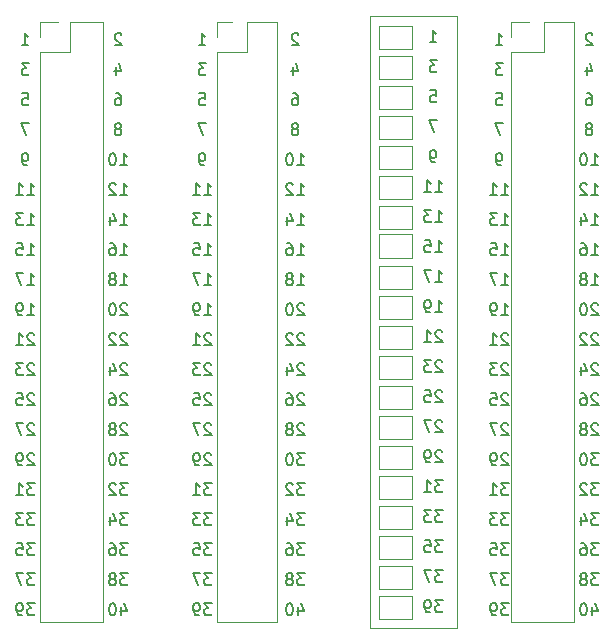
<source format=gbr>
%TF.GenerationSoftware,KiCad,Pcbnew,(5.1.9-16-g1737927814)-1*%
%TF.CreationDate,2021-05-16T11:48:57-05:00*%
%TF.ProjectId,40_pin_breakout,34305f70-696e-45f6-9272-65616b6f7574,rev?*%
%TF.SameCoordinates,Original*%
%TF.FileFunction,Legend,Bot*%
%TF.FilePolarity,Positive*%
%FSLAX46Y46*%
G04 Gerber Fmt 4.6, Leading zero omitted, Abs format (unit mm)*
G04 Created by KiCad (PCBNEW (5.1.9-16-g1737927814)-1) date 2021-05-16 11:48:57*
%MOMM*%
%LPD*%
G01*
G04 APERTURE LIST*
%ADD10C,0.120000*%
%ADD11C,0.150000*%
G04 APERTURE END LIST*
D10*
X101346000Y-46228000D02*
X98552000Y-46228000D01*
X101346000Y-43688000D02*
X101346000Y-46228000D01*
X103886000Y-43688000D02*
X101346000Y-43688000D01*
X103886000Y-94488000D02*
X103886000Y-43688000D01*
X98552000Y-94488000D02*
X103886000Y-94488000D01*
X98552000Y-46228000D02*
X98552000Y-94488000D01*
X98552000Y-43688000D02*
X98552000Y-44958000D01*
X100076000Y-43688000D02*
X98552000Y-43688000D01*
X78740000Y-43688000D02*
X76200000Y-43688000D01*
X78740000Y-94488000D02*
X78740000Y-43688000D01*
X73660000Y-94488000D02*
X78740000Y-94488000D01*
X73660000Y-46228000D02*
X73660000Y-94488000D01*
X76200000Y-46228000D02*
X73660000Y-46228000D01*
X76200000Y-43688000D02*
X76200000Y-46228000D01*
X73660000Y-43688000D02*
X74930000Y-43688000D01*
X73660000Y-44958000D02*
X73660000Y-43688000D01*
X58674000Y-43688000D02*
X60198000Y-43688000D01*
X58674000Y-44958000D02*
X58674000Y-43688000D01*
X58674000Y-94488000D02*
X58674000Y-46228000D01*
X64008000Y-94488000D02*
X58674000Y-94488000D01*
X64008000Y-43688000D02*
X64008000Y-94488000D01*
X61214000Y-43688000D02*
X64008000Y-43688000D01*
X61214000Y-46228000D02*
X61214000Y-43688000D01*
X58674000Y-46228000D02*
X61214000Y-46228000D01*
X86614000Y-43180000D02*
X93980000Y-43180000D01*
X86614000Y-94996000D02*
X86614000Y-43180000D01*
X93980000Y-94996000D02*
X86614000Y-94996000D01*
X93980000Y-43180000D02*
X93980000Y-94996000D01*
D11*
X57165904Y-49744380D02*
X57642095Y-49744380D01*
X57689714Y-50220571D01*
X57642095Y-50172952D01*
X57546857Y-50125333D01*
X57308761Y-50125333D01*
X57213523Y-50172952D01*
X57165904Y-50220571D01*
X57118285Y-50315809D01*
X57118285Y-50553904D01*
X57165904Y-50649142D01*
X57213523Y-50696761D01*
X57308761Y-50744380D01*
X57546857Y-50744380D01*
X57642095Y-50696761D01*
X57689714Y-50649142D01*
X57118285Y-45664380D02*
X57689714Y-45664380D01*
X57404000Y-45664380D02*
X57404000Y-44664380D01*
X57499238Y-44807238D01*
X57594476Y-44902476D01*
X57689714Y-44950095D01*
X58213523Y-82764380D02*
X57594476Y-82764380D01*
X57927809Y-83145333D01*
X57784952Y-83145333D01*
X57689714Y-83192952D01*
X57642095Y-83240571D01*
X57594476Y-83335809D01*
X57594476Y-83573904D01*
X57642095Y-83669142D01*
X57689714Y-83716761D01*
X57784952Y-83764380D01*
X58070666Y-83764380D01*
X58165904Y-83716761D01*
X58213523Y-83669142D01*
X56642095Y-83764380D02*
X57213523Y-83764380D01*
X56927809Y-83764380D02*
X56927809Y-82764380D01*
X57023047Y-82907238D01*
X57118285Y-83002476D01*
X57213523Y-83050095D01*
X57737333Y-47204380D02*
X57118285Y-47204380D01*
X57451619Y-47585333D01*
X57308761Y-47585333D01*
X57213523Y-47632952D01*
X57165904Y-47680571D01*
X57118285Y-47775809D01*
X57118285Y-48013904D01*
X57165904Y-48109142D01*
X57213523Y-48156761D01*
X57308761Y-48204380D01*
X57594476Y-48204380D01*
X57689714Y-48156761D01*
X57737333Y-48109142D01*
X58213523Y-87844380D02*
X57594476Y-87844380D01*
X57927809Y-88225333D01*
X57784952Y-88225333D01*
X57689714Y-88272952D01*
X57642095Y-88320571D01*
X57594476Y-88415809D01*
X57594476Y-88653904D01*
X57642095Y-88749142D01*
X57689714Y-88796761D01*
X57784952Y-88844380D01*
X58070666Y-88844380D01*
X58165904Y-88796761D01*
X58213523Y-88749142D01*
X56689714Y-87844380D02*
X57165904Y-87844380D01*
X57213523Y-88320571D01*
X57165904Y-88272952D01*
X57070666Y-88225333D01*
X56832571Y-88225333D01*
X56737333Y-88272952D01*
X56689714Y-88320571D01*
X56642095Y-88415809D01*
X56642095Y-88653904D01*
X56689714Y-88749142D01*
X56737333Y-88796761D01*
X56832571Y-88844380D01*
X57070666Y-88844380D01*
X57165904Y-88796761D01*
X57213523Y-88749142D01*
X58213523Y-85304380D02*
X57594476Y-85304380D01*
X57927809Y-85685333D01*
X57784952Y-85685333D01*
X57689714Y-85732952D01*
X57642095Y-85780571D01*
X57594476Y-85875809D01*
X57594476Y-86113904D01*
X57642095Y-86209142D01*
X57689714Y-86256761D01*
X57784952Y-86304380D01*
X58070666Y-86304380D01*
X58165904Y-86256761D01*
X58213523Y-86209142D01*
X57261142Y-85304380D02*
X56642095Y-85304380D01*
X56975428Y-85685333D01*
X56832571Y-85685333D01*
X56737333Y-85732952D01*
X56689714Y-85780571D01*
X56642095Y-85875809D01*
X56642095Y-86113904D01*
X56689714Y-86209142D01*
X56737333Y-86256761D01*
X56832571Y-86304380D01*
X57118285Y-86304380D01*
X57213523Y-86256761D01*
X57261142Y-86209142D01*
X57594476Y-58364380D02*
X58165904Y-58364380D01*
X57880190Y-58364380D02*
X57880190Y-57364380D01*
X57975428Y-57507238D01*
X58070666Y-57602476D01*
X58165904Y-57650095D01*
X56642095Y-58364380D02*
X57213523Y-58364380D01*
X56927809Y-58364380D02*
X56927809Y-57364380D01*
X57023047Y-57507238D01*
X57118285Y-57602476D01*
X57213523Y-57650095D01*
X58165904Y-77779619D02*
X58118285Y-77732000D01*
X58023047Y-77684380D01*
X57784952Y-77684380D01*
X57689714Y-77732000D01*
X57642095Y-77779619D01*
X57594476Y-77874857D01*
X57594476Y-77970095D01*
X57642095Y-78112952D01*
X58213523Y-78684380D01*
X57594476Y-78684380D01*
X57261142Y-77684380D02*
X56594476Y-77684380D01*
X57023047Y-78684380D01*
X58165904Y-75239619D02*
X58118285Y-75192000D01*
X58023047Y-75144380D01*
X57784952Y-75144380D01*
X57689714Y-75192000D01*
X57642095Y-75239619D01*
X57594476Y-75334857D01*
X57594476Y-75430095D01*
X57642095Y-75572952D01*
X58213523Y-76144380D01*
X57594476Y-76144380D01*
X56689714Y-75144380D02*
X57165904Y-75144380D01*
X57213523Y-75620571D01*
X57165904Y-75572952D01*
X57070666Y-75525333D01*
X56832571Y-75525333D01*
X56737333Y-75572952D01*
X56689714Y-75620571D01*
X56642095Y-75715809D01*
X56642095Y-75953904D01*
X56689714Y-76049142D01*
X56737333Y-76096761D01*
X56832571Y-76144380D01*
X57070666Y-76144380D01*
X57165904Y-76096761D01*
X57213523Y-76049142D01*
X57594476Y-65984380D02*
X58165904Y-65984380D01*
X57880190Y-65984380D02*
X57880190Y-64984380D01*
X57975428Y-65127238D01*
X58070666Y-65222476D01*
X58165904Y-65270095D01*
X57261142Y-64984380D02*
X56594476Y-64984380D01*
X57023047Y-65984380D01*
X57594476Y-63444380D02*
X58165904Y-63444380D01*
X57880190Y-63444380D02*
X57880190Y-62444380D01*
X57975428Y-62587238D01*
X58070666Y-62682476D01*
X58165904Y-62730095D01*
X56689714Y-62444380D02*
X57165904Y-62444380D01*
X57213523Y-62920571D01*
X57165904Y-62872952D01*
X57070666Y-62825333D01*
X56832571Y-62825333D01*
X56737333Y-62872952D01*
X56689714Y-62920571D01*
X56642095Y-63015809D01*
X56642095Y-63253904D01*
X56689714Y-63349142D01*
X56737333Y-63396761D01*
X56832571Y-63444380D01*
X57070666Y-63444380D01*
X57165904Y-63396761D01*
X57213523Y-63349142D01*
X57594476Y-60904380D02*
X58165904Y-60904380D01*
X57880190Y-60904380D02*
X57880190Y-59904380D01*
X57975428Y-60047238D01*
X58070666Y-60142476D01*
X58165904Y-60190095D01*
X57261142Y-59904380D02*
X56642095Y-59904380D01*
X56975428Y-60285333D01*
X56832571Y-60285333D01*
X56737333Y-60332952D01*
X56689714Y-60380571D01*
X56642095Y-60475809D01*
X56642095Y-60713904D01*
X56689714Y-60809142D01*
X56737333Y-60856761D01*
X56832571Y-60904380D01*
X57118285Y-60904380D01*
X57213523Y-60856761D01*
X57261142Y-60809142D01*
X57737333Y-52284380D02*
X57070666Y-52284380D01*
X57499238Y-53284380D01*
X58165904Y-80319619D02*
X58118285Y-80272000D01*
X58023047Y-80224380D01*
X57784952Y-80224380D01*
X57689714Y-80272000D01*
X57642095Y-80319619D01*
X57594476Y-80414857D01*
X57594476Y-80510095D01*
X57642095Y-80652952D01*
X58213523Y-81224380D01*
X57594476Y-81224380D01*
X57118285Y-81224380D02*
X56927809Y-81224380D01*
X56832571Y-81176761D01*
X56784952Y-81129142D01*
X56689714Y-80986285D01*
X56642095Y-80795809D01*
X56642095Y-80414857D01*
X56689714Y-80319619D01*
X56737333Y-80272000D01*
X56832571Y-80224380D01*
X57023047Y-80224380D01*
X57118285Y-80272000D01*
X57165904Y-80319619D01*
X57213523Y-80414857D01*
X57213523Y-80652952D01*
X57165904Y-80748190D01*
X57118285Y-80795809D01*
X57023047Y-80843428D01*
X56832571Y-80843428D01*
X56737333Y-80795809D01*
X56689714Y-80748190D01*
X56642095Y-80652952D01*
X58165904Y-72699619D02*
X58118285Y-72652000D01*
X58023047Y-72604380D01*
X57784952Y-72604380D01*
X57689714Y-72652000D01*
X57642095Y-72699619D01*
X57594476Y-72794857D01*
X57594476Y-72890095D01*
X57642095Y-73032952D01*
X58213523Y-73604380D01*
X57594476Y-73604380D01*
X57261142Y-72604380D02*
X56642095Y-72604380D01*
X56975428Y-72985333D01*
X56832571Y-72985333D01*
X56737333Y-73032952D01*
X56689714Y-73080571D01*
X56642095Y-73175809D01*
X56642095Y-73413904D01*
X56689714Y-73509142D01*
X56737333Y-73556761D01*
X56832571Y-73604380D01*
X57118285Y-73604380D01*
X57213523Y-73556761D01*
X57261142Y-73509142D01*
X58165904Y-70159619D02*
X58118285Y-70112000D01*
X58023047Y-70064380D01*
X57784952Y-70064380D01*
X57689714Y-70112000D01*
X57642095Y-70159619D01*
X57594476Y-70254857D01*
X57594476Y-70350095D01*
X57642095Y-70492952D01*
X58213523Y-71064380D01*
X57594476Y-71064380D01*
X56642095Y-71064380D02*
X57213523Y-71064380D01*
X56927809Y-71064380D02*
X56927809Y-70064380D01*
X57023047Y-70207238D01*
X57118285Y-70302476D01*
X57213523Y-70350095D01*
X57594476Y-68524380D02*
X58165904Y-68524380D01*
X57880190Y-68524380D02*
X57880190Y-67524380D01*
X57975428Y-67667238D01*
X58070666Y-67762476D01*
X58165904Y-67810095D01*
X57118285Y-68524380D02*
X56927809Y-68524380D01*
X56832571Y-68476761D01*
X56784952Y-68429142D01*
X56689714Y-68286285D01*
X56642095Y-68095809D01*
X56642095Y-67714857D01*
X56689714Y-67619619D01*
X56737333Y-67572000D01*
X56832571Y-67524380D01*
X57023047Y-67524380D01*
X57118285Y-67572000D01*
X57165904Y-67619619D01*
X57213523Y-67714857D01*
X57213523Y-67952952D01*
X57165904Y-68048190D01*
X57118285Y-68095809D01*
X57023047Y-68143428D01*
X56832571Y-68143428D01*
X56737333Y-68095809D01*
X56689714Y-68048190D01*
X56642095Y-67952952D01*
X57594476Y-55824380D02*
X57404000Y-55824380D01*
X57308761Y-55776761D01*
X57261142Y-55729142D01*
X57165904Y-55586285D01*
X57118285Y-55395809D01*
X57118285Y-55014857D01*
X57165904Y-54919619D01*
X57213523Y-54872000D01*
X57308761Y-54824380D01*
X57499238Y-54824380D01*
X57594476Y-54872000D01*
X57642095Y-54919619D01*
X57689714Y-55014857D01*
X57689714Y-55252952D01*
X57642095Y-55348190D01*
X57594476Y-55395809D01*
X57499238Y-55443428D01*
X57308761Y-55443428D01*
X57213523Y-55395809D01*
X57165904Y-55348190D01*
X57118285Y-55252952D01*
X58213523Y-92924380D02*
X57594476Y-92924380D01*
X57927809Y-93305333D01*
X57784952Y-93305333D01*
X57689714Y-93352952D01*
X57642095Y-93400571D01*
X57594476Y-93495809D01*
X57594476Y-93733904D01*
X57642095Y-93829142D01*
X57689714Y-93876761D01*
X57784952Y-93924380D01*
X58070666Y-93924380D01*
X58165904Y-93876761D01*
X58213523Y-93829142D01*
X57118285Y-93924380D02*
X56927809Y-93924380D01*
X56832571Y-93876761D01*
X56784952Y-93829142D01*
X56689714Y-93686285D01*
X56642095Y-93495809D01*
X56642095Y-93114857D01*
X56689714Y-93019619D01*
X56737333Y-92972000D01*
X56832571Y-92924380D01*
X57023047Y-92924380D01*
X57118285Y-92972000D01*
X57165904Y-93019619D01*
X57213523Y-93114857D01*
X57213523Y-93352952D01*
X57165904Y-93448190D01*
X57118285Y-93495809D01*
X57023047Y-93543428D01*
X56832571Y-93543428D01*
X56737333Y-93495809D01*
X56689714Y-93448190D01*
X56642095Y-93352952D01*
X58213523Y-90384380D02*
X57594476Y-90384380D01*
X57927809Y-90765333D01*
X57784952Y-90765333D01*
X57689714Y-90812952D01*
X57642095Y-90860571D01*
X57594476Y-90955809D01*
X57594476Y-91193904D01*
X57642095Y-91289142D01*
X57689714Y-91336761D01*
X57784952Y-91384380D01*
X58070666Y-91384380D01*
X58165904Y-91336761D01*
X58213523Y-91289142D01*
X57261142Y-90384380D02*
X56594476Y-90384380D01*
X57023047Y-91384380D01*
X72151904Y-49744380D02*
X72628095Y-49744380D01*
X72675714Y-50220571D01*
X72628095Y-50172952D01*
X72532857Y-50125333D01*
X72294761Y-50125333D01*
X72199523Y-50172952D01*
X72151904Y-50220571D01*
X72104285Y-50315809D01*
X72104285Y-50553904D01*
X72151904Y-50649142D01*
X72199523Y-50696761D01*
X72294761Y-50744380D01*
X72532857Y-50744380D01*
X72628095Y-50696761D01*
X72675714Y-50649142D01*
X72104285Y-45664380D02*
X72675714Y-45664380D01*
X72390000Y-45664380D02*
X72390000Y-44664380D01*
X72485238Y-44807238D01*
X72580476Y-44902476D01*
X72675714Y-44950095D01*
X73199523Y-82764380D02*
X72580476Y-82764380D01*
X72913809Y-83145333D01*
X72770952Y-83145333D01*
X72675714Y-83192952D01*
X72628095Y-83240571D01*
X72580476Y-83335809D01*
X72580476Y-83573904D01*
X72628095Y-83669142D01*
X72675714Y-83716761D01*
X72770952Y-83764380D01*
X73056666Y-83764380D01*
X73151904Y-83716761D01*
X73199523Y-83669142D01*
X71628095Y-83764380D02*
X72199523Y-83764380D01*
X71913809Y-83764380D02*
X71913809Y-82764380D01*
X72009047Y-82907238D01*
X72104285Y-83002476D01*
X72199523Y-83050095D01*
X72723333Y-47204380D02*
X72104285Y-47204380D01*
X72437619Y-47585333D01*
X72294761Y-47585333D01*
X72199523Y-47632952D01*
X72151904Y-47680571D01*
X72104285Y-47775809D01*
X72104285Y-48013904D01*
X72151904Y-48109142D01*
X72199523Y-48156761D01*
X72294761Y-48204380D01*
X72580476Y-48204380D01*
X72675714Y-48156761D01*
X72723333Y-48109142D01*
X73199523Y-87844380D02*
X72580476Y-87844380D01*
X72913809Y-88225333D01*
X72770952Y-88225333D01*
X72675714Y-88272952D01*
X72628095Y-88320571D01*
X72580476Y-88415809D01*
X72580476Y-88653904D01*
X72628095Y-88749142D01*
X72675714Y-88796761D01*
X72770952Y-88844380D01*
X73056666Y-88844380D01*
X73151904Y-88796761D01*
X73199523Y-88749142D01*
X71675714Y-87844380D02*
X72151904Y-87844380D01*
X72199523Y-88320571D01*
X72151904Y-88272952D01*
X72056666Y-88225333D01*
X71818571Y-88225333D01*
X71723333Y-88272952D01*
X71675714Y-88320571D01*
X71628095Y-88415809D01*
X71628095Y-88653904D01*
X71675714Y-88749142D01*
X71723333Y-88796761D01*
X71818571Y-88844380D01*
X72056666Y-88844380D01*
X72151904Y-88796761D01*
X72199523Y-88749142D01*
X73199523Y-85304380D02*
X72580476Y-85304380D01*
X72913809Y-85685333D01*
X72770952Y-85685333D01*
X72675714Y-85732952D01*
X72628095Y-85780571D01*
X72580476Y-85875809D01*
X72580476Y-86113904D01*
X72628095Y-86209142D01*
X72675714Y-86256761D01*
X72770952Y-86304380D01*
X73056666Y-86304380D01*
X73151904Y-86256761D01*
X73199523Y-86209142D01*
X72247142Y-85304380D02*
X71628095Y-85304380D01*
X71961428Y-85685333D01*
X71818571Y-85685333D01*
X71723333Y-85732952D01*
X71675714Y-85780571D01*
X71628095Y-85875809D01*
X71628095Y-86113904D01*
X71675714Y-86209142D01*
X71723333Y-86256761D01*
X71818571Y-86304380D01*
X72104285Y-86304380D01*
X72199523Y-86256761D01*
X72247142Y-86209142D01*
X72580476Y-58364380D02*
X73151904Y-58364380D01*
X72866190Y-58364380D02*
X72866190Y-57364380D01*
X72961428Y-57507238D01*
X73056666Y-57602476D01*
X73151904Y-57650095D01*
X71628095Y-58364380D02*
X72199523Y-58364380D01*
X71913809Y-58364380D02*
X71913809Y-57364380D01*
X72009047Y-57507238D01*
X72104285Y-57602476D01*
X72199523Y-57650095D01*
X73151904Y-77779619D02*
X73104285Y-77732000D01*
X73009047Y-77684380D01*
X72770952Y-77684380D01*
X72675714Y-77732000D01*
X72628095Y-77779619D01*
X72580476Y-77874857D01*
X72580476Y-77970095D01*
X72628095Y-78112952D01*
X73199523Y-78684380D01*
X72580476Y-78684380D01*
X72247142Y-77684380D02*
X71580476Y-77684380D01*
X72009047Y-78684380D01*
X73151904Y-75239619D02*
X73104285Y-75192000D01*
X73009047Y-75144380D01*
X72770952Y-75144380D01*
X72675714Y-75192000D01*
X72628095Y-75239619D01*
X72580476Y-75334857D01*
X72580476Y-75430095D01*
X72628095Y-75572952D01*
X73199523Y-76144380D01*
X72580476Y-76144380D01*
X71675714Y-75144380D02*
X72151904Y-75144380D01*
X72199523Y-75620571D01*
X72151904Y-75572952D01*
X72056666Y-75525333D01*
X71818571Y-75525333D01*
X71723333Y-75572952D01*
X71675714Y-75620571D01*
X71628095Y-75715809D01*
X71628095Y-75953904D01*
X71675714Y-76049142D01*
X71723333Y-76096761D01*
X71818571Y-76144380D01*
X72056666Y-76144380D01*
X72151904Y-76096761D01*
X72199523Y-76049142D01*
X72580476Y-65984380D02*
X73151904Y-65984380D01*
X72866190Y-65984380D02*
X72866190Y-64984380D01*
X72961428Y-65127238D01*
X73056666Y-65222476D01*
X73151904Y-65270095D01*
X72247142Y-64984380D02*
X71580476Y-64984380D01*
X72009047Y-65984380D01*
X72580476Y-63444380D02*
X73151904Y-63444380D01*
X72866190Y-63444380D02*
X72866190Y-62444380D01*
X72961428Y-62587238D01*
X73056666Y-62682476D01*
X73151904Y-62730095D01*
X71675714Y-62444380D02*
X72151904Y-62444380D01*
X72199523Y-62920571D01*
X72151904Y-62872952D01*
X72056666Y-62825333D01*
X71818571Y-62825333D01*
X71723333Y-62872952D01*
X71675714Y-62920571D01*
X71628095Y-63015809D01*
X71628095Y-63253904D01*
X71675714Y-63349142D01*
X71723333Y-63396761D01*
X71818571Y-63444380D01*
X72056666Y-63444380D01*
X72151904Y-63396761D01*
X72199523Y-63349142D01*
X72580476Y-60904380D02*
X73151904Y-60904380D01*
X72866190Y-60904380D02*
X72866190Y-59904380D01*
X72961428Y-60047238D01*
X73056666Y-60142476D01*
X73151904Y-60190095D01*
X72247142Y-59904380D02*
X71628095Y-59904380D01*
X71961428Y-60285333D01*
X71818571Y-60285333D01*
X71723333Y-60332952D01*
X71675714Y-60380571D01*
X71628095Y-60475809D01*
X71628095Y-60713904D01*
X71675714Y-60809142D01*
X71723333Y-60856761D01*
X71818571Y-60904380D01*
X72104285Y-60904380D01*
X72199523Y-60856761D01*
X72247142Y-60809142D01*
X72723333Y-52284380D02*
X72056666Y-52284380D01*
X72485238Y-53284380D01*
X73151904Y-80319619D02*
X73104285Y-80272000D01*
X73009047Y-80224380D01*
X72770952Y-80224380D01*
X72675714Y-80272000D01*
X72628095Y-80319619D01*
X72580476Y-80414857D01*
X72580476Y-80510095D01*
X72628095Y-80652952D01*
X73199523Y-81224380D01*
X72580476Y-81224380D01*
X72104285Y-81224380D02*
X71913809Y-81224380D01*
X71818571Y-81176761D01*
X71770952Y-81129142D01*
X71675714Y-80986285D01*
X71628095Y-80795809D01*
X71628095Y-80414857D01*
X71675714Y-80319619D01*
X71723333Y-80272000D01*
X71818571Y-80224380D01*
X72009047Y-80224380D01*
X72104285Y-80272000D01*
X72151904Y-80319619D01*
X72199523Y-80414857D01*
X72199523Y-80652952D01*
X72151904Y-80748190D01*
X72104285Y-80795809D01*
X72009047Y-80843428D01*
X71818571Y-80843428D01*
X71723333Y-80795809D01*
X71675714Y-80748190D01*
X71628095Y-80652952D01*
X73151904Y-72699619D02*
X73104285Y-72652000D01*
X73009047Y-72604380D01*
X72770952Y-72604380D01*
X72675714Y-72652000D01*
X72628095Y-72699619D01*
X72580476Y-72794857D01*
X72580476Y-72890095D01*
X72628095Y-73032952D01*
X73199523Y-73604380D01*
X72580476Y-73604380D01*
X72247142Y-72604380D02*
X71628095Y-72604380D01*
X71961428Y-72985333D01*
X71818571Y-72985333D01*
X71723333Y-73032952D01*
X71675714Y-73080571D01*
X71628095Y-73175809D01*
X71628095Y-73413904D01*
X71675714Y-73509142D01*
X71723333Y-73556761D01*
X71818571Y-73604380D01*
X72104285Y-73604380D01*
X72199523Y-73556761D01*
X72247142Y-73509142D01*
X73151904Y-70159619D02*
X73104285Y-70112000D01*
X73009047Y-70064380D01*
X72770952Y-70064380D01*
X72675714Y-70112000D01*
X72628095Y-70159619D01*
X72580476Y-70254857D01*
X72580476Y-70350095D01*
X72628095Y-70492952D01*
X73199523Y-71064380D01*
X72580476Y-71064380D01*
X71628095Y-71064380D02*
X72199523Y-71064380D01*
X71913809Y-71064380D02*
X71913809Y-70064380D01*
X72009047Y-70207238D01*
X72104285Y-70302476D01*
X72199523Y-70350095D01*
X72580476Y-68524380D02*
X73151904Y-68524380D01*
X72866190Y-68524380D02*
X72866190Y-67524380D01*
X72961428Y-67667238D01*
X73056666Y-67762476D01*
X73151904Y-67810095D01*
X72104285Y-68524380D02*
X71913809Y-68524380D01*
X71818571Y-68476761D01*
X71770952Y-68429142D01*
X71675714Y-68286285D01*
X71628095Y-68095809D01*
X71628095Y-67714857D01*
X71675714Y-67619619D01*
X71723333Y-67572000D01*
X71818571Y-67524380D01*
X72009047Y-67524380D01*
X72104285Y-67572000D01*
X72151904Y-67619619D01*
X72199523Y-67714857D01*
X72199523Y-67952952D01*
X72151904Y-68048190D01*
X72104285Y-68095809D01*
X72009047Y-68143428D01*
X71818571Y-68143428D01*
X71723333Y-68095809D01*
X71675714Y-68048190D01*
X71628095Y-67952952D01*
X72580476Y-55824380D02*
X72390000Y-55824380D01*
X72294761Y-55776761D01*
X72247142Y-55729142D01*
X72151904Y-55586285D01*
X72104285Y-55395809D01*
X72104285Y-55014857D01*
X72151904Y-54919619D01*
X72199523Y-54872000D01*
X72294761Y-54824380D01*
X72485238Y-54824380D01*
X72580476Y-54872000D01*
X72628095Y-54919619D01*
X72675714Y-55014857D01*
X72675714Y-55252952D01*
X72628095Y-55348190D01*
X72580476Y-55395809D01*
X72485238Y-55443428D01*
X72294761Y-55443428D01*
X72199523Y-55395809D01*
X72151904Y-55348190D01*
X72104285Y-55252952D01*
X73199523Y-92924380D02*
X72580476Y-92924380D01*
X72913809Y-93305333D01*
X72770952Y-93305333D01*
X72675714Y-93352952D01*
X72628095Y-93400571D01*
X72580476Y-93495809D01*
X72580476Y-93733904D01*
X72628095Y-93829142D01*
X72675714Y-93876761D01*
X72770952Y-93924380D01*
X73056666Y-93924380D01*
X73151904Y-93876761D01*
X73199523Y-93829142D01*
X72104285Y-93924380D02*
X71913809Y-93924380D01*
X71818571Y-93876761D01*
X71770952Y-93829142D01*
X71675714Y-93686285D01*
X71628095Y-93495809D01*
X71628095Y-93114857D01*
X71675714Y-93019619D01*
X71723333Y-92972000D01*
X71818571Y-92924380D01*
X72009047Y-92924380D01*
X72104285Y-92972000D01*
X72151904Y-93019619D01*
X72199523Y-93114857D01*
X72199523Y-93352952D01*
X72151904Y-93448190D01*
X72104285Y-93495809D01*
X72009047Y-93543428D01*
X71818571Y-93543428D01*
X71723333Y-93495809D01*
X71675714Y-93448190D01*
X71628095Y-93352952D01*
X73199523Y-90384380D02*
X72580476Y-90384380D01*
X72913809Y-90765333D01*
X72770952Y-90765333D01*
X72675714Y-90812952D01*
X72628095Y-90860571D01*
X72580476Y-90955809D01*
X72580476Y-91193904D01*
X72628095Y-91289142D01*
X72675714Y-91336761D01*
X72770952Y-91384380D01*
X73056666Y-91384380D01*
X73151904Y-91336761D01*
X73199523Y-91289142D01*
X72247142Y-90384380D02*
X71580476Y-90384380D01*
X72009047Y-91384380D01*
X97297904Y-49744380D02*
X97774095Y-49744380D01*
X97821714Y-50220571D01*
X97774095Y-50172952D01*
X97678857Y-50125333D01*
X97440761Y-50125333D01*
X97345523Y-50172952D01*
X97297904Y-50220571D01*
X97250285Y-50315809D01*
X97250285Y-50553904D01*
X97297904Y-50649142D01*
X97345523Y-50696761D01*
X97440761Y-50744380D01*
X97678857Y-50744380D01*
X97774095Y-50696761D01*
X97821714Y-50649142D01*
X97250285Y-45664380D02*
X97821714Y-45664380D01*
X97536000Y-45664380D02*
X97536000Y-44664380D01*
X97631238Y-44807238D01*
X97726476Y-44902476D01*
X97821714Y-44950095D01*
X98345523Y-82764380D02*
X97726476Y-82764380D01*
X98059809Y-83145333D01*
X97916952Y-83145333D01*
X97821714Y-83192952D01*
X97774095Y-83240571D01*
X97726476Y-83335809D01*
X97726476Y-83573904D01*
X97774095Y-83669142D01*
X97821714Y-83716761D01*
X97916952Y-83764380D01*
X98202666Y-83764380D01*
X98297904Y-83716761D01*
X98345523Y-83669142D01*
X96774095Y-83764380D02*
X97345523Y-83764380D01*
X97059809Y-83764380D02*
X97059809Y-82764380D01*
X97155047Y-82907238D01*
X97250285Y-83002476D01*
X97345523Y-83050095D01*
X97869333Y-47204380D02*
X97250285Y-47204380D01*
X97583619Y-47585333D01*
X97440761Y-47585333D01*
X97345523Y-47632952D01*
X97297904Y-47680571D01*
X97250285Y-47775809D01*
X97250285Y-48013904D01*
X97297904Y-48109142D01*
X97345523Y-48156761D01*
X97440761Y-48204380D01*
X97726476Y-48204380D01*
X97821714Y-48156761D01*
X97869333Y-48109142D01*
X98345523Y-87844380D02*
X97726476Y-87844380D01*
X98059809Y-88225333D01*
X97916952Y-88225333D01*
X97821714Y-88272952D01*
X97774095Y-88320571D01*
X97726476Y-88415809D01*
X97726476Y-88653904D01*
X97774095Y-88749142D01*
X97821714Y-88796761D01*
X97916952Y-88844380D01*
X98202666Y-88844380D01*
X98297904Y-88796761D01*
X98345523Y-88749142D01*
X96821714Y-87844380D02*
X97297904Y-87844380D01*
X97345523Y-88320571D01*
X97297904Y-88272952D01*
X97202666Y-88225333D01*
X96964571Y-88225333D01*
X96869333Y-88272952D01*
X96821714Y-88320571D01*
X96774095Y-88415809D01*
X96774095Y-88653904D01*
X96821714Y-88749142D01*
X96869333Y-88796761D01*
X96964571Y-88844380D01*
X97202666Y-88844380D01*
X97297904Y-88796761D01*
X97345523Y-88749142D01*
X98345523Y-85304380D02*
X97726476Y-85304380D01*
X98059809Y-85685333D01*
X97916952Y-85685333D01*
X97821714Y-85732952D01*
X97774095Y-85780571D01*
X97726476Y-85875809D01*
X97726476Y-86113904D01*
X97774095Y-86209142D01*
X97821714Y-86256761D01*
X97916952Y-86304380D01*
X98202666Y-86304380D01*
X98297904Y-86256761D01*
X98345523Y-86209142D01*
X97393142Y-85304380D02*
X96774095Y-85304380D01*
X97107428Y-85685333D01*
X96964571Y-85685333D01*
X96869333Y-85732952D01*
X96821714Y-85780571D01*
X96774095Y-85875809D01*
X96774095Y-86113904D01*
X96821714Y-86209142D01*
X96869333Y-86256761D01*
X96964571Y-86304380D01*
X97250285Y-86304380D01*
X97345523Y-86256761D01*
X97393142Y-86209142D01*
X97726476Y-58364380D02*
X98297904Y-58364380D01*
X98012190Y-58364380D02*
X98012190Y-57364380D01*
X98107428Y-57507238D01*
X98202666Y-57602476D01*
X98297904Y-57650095D01*
X96774095Y-58364380D02*
X97345523Y-58364380D01*
X97059809Y-58364380D02*
X97059809Y-57364380D01*
X97155047Y-57507238D01*
X97250285Y-57602476D01*
X97345523Y-57650095D01*
X98297904Y-77779619D02*
X98250285Y-77732000D01*
X98155047Y-77684380D01*
X97916952Y-77684380D01*
X97821714Y-77732000D01*
X97774095Y-77779619D01*
X97726476Y-77874857D01*
X97726476Y-77970095D01*
X97774095Y-78112952D01*
X98345523Y-78684380D01*
X97726476Y-78684380D01*
X97393142Y-77684380D02*
X96726476Y-77684380D01*
X97155047Y-78684380D01*
X98297904Y-75239619D02*
X98250285Y-75192000D01*
X98155047Y-75144380D01*
X97916952Y-75144380D01*
X97821714Y-75192000D01*
X97774095Y-75239619D01*
X97726476Y-75334857D01*
X97726476Y-75430095D01*
X97774095Y-75572952D01*
X98345523Y-76144380D01*
X97726476Y-76144380D01*
X96821714Y-75144380D02*
X97297904Y-75144380D01*
X97345523Y-75620571D01*
X97297904Y-75572952D01*
X97202666Y-75525333D01*
X96964571Y-75525333D01*
X96869333Y-75572952D01*
X96821714Y-75620571D01*
X96774095Y-75715809D01*
X96774095Y-75953904D01*
X96821714Y-76049142D01*
X96869333Y-76096761D01*
X96964571Y-76144380D01*
X97202666Y-76144380D01*
X97297904Y-76096761D01*
X97345523Y-76049142D01*
X97726476Y-65984380D02*
X98297904Y-65984380D01*
X98012190Y-65984380D02*
X98012190Y-64984380D01*
X98107428Y-65127238D01*
X98202666Y-65222476D01*
X98297904Y-65270095D01*
X97393142Y-64984380D02*
X96726476Y-64984380D01*
X97155047Y-65984380D01*
X97726476Y-63444380D02*
X98297904Y-63444380D01*
X98012190Y-63444380D02*
X98012190Y-62444380D01*
X98107428Y-62587238D01*
X98202666Y-62682476D01*
X98297904Y-62730095D01*
X96821714Y-62444380D02*
X97297904Y-62444380D01*
X97345523Y-62920571D01*
X97297904Y-62872952D01*
X97202666Y-62825333D01*
X96964571Y-62825333D01*
X96869333Y-62872952D01*
X96821714Y-62920571D01*
X96774095Y-63015809D01*
X96774095Y-63253904D01*
X96821714Y-63349142D01*
X96869333Y-63396761D01*
X96964571Y-63444380D01*
X97202666Y-63444380D01*
X97297904Y-63396761D01*
X97345523Y-63349142D01*
X97726476Y-60904380D02*
X98297904Y-60904380D01*
X98012190Y-60904380D02*
X98012190Y-59904380D01*
X98107428Y-60047238D01*
X98202666Y-60142476D01*
X98297904Y-60190095D01*
X97393142Y-59904380D02*
X96774095Y-59904380D01*
X97107428Y-60285333D01*
X96964571Y-60285333D01*
X96869333Y-60332952D01*
X96821714Y-60380571D01*
X96774095Y-60475809D01*
X96774095Y-60713904D01*
X96821714Y-60809142D01*
X96869333Y-60856761D01*
X96964571Y-60904380D01*
X97250285Y-60904380D01*
X97345523Y-60856761D01*
X97393142Y-60809142D01*
X97869333Y-52284380D02*
X97202666Y-52284380D01*
X97631238Y-53284380D01*
X98297904Y-80319619D02*
X98250285Y-80272000D01*
X98155047Y-80224380D01*
X97916952Y-80224380D01*
X97821714Y-80272000D01*
X97774095Y-80319619D01*
X97726476Y-80414857D01*
X97726476Y-80510095D01*
X97774095Y-80652952D01*
X98345523Y-81224380D01*
X97726476Y-81224380D01*
X97250285Y-81224380D02*
X97059809Y-81224380D01*
X96964571Y-81176761D01*
X96916952Y-81129142D01*
X96821714Y-80986285D01*
X96774095Y-80795809D01*
X96774095Y-80414857D01*
X96821714Y-80319619D01*
X96869333Y-80272000D01*
X96964571Y-80224380D01*
X97155047Y-80224380D01*
X97250285Y-80272000D01*
X97297904Y-80319619D01*
X97345523Y-80414857D01*
X97345523Y-80652952D01*
X97297904Y-80748190D01*
X97250285Y-80795809D01*
X97155047Y-80843428D01*
X96964571Y-80843428D01*
X96869333Y-80795809D01*
X96821714Y-80748190D01*
X96774095Y-80652952D01*
X98297904Y-72699619D02*
X98250285Y-72652000D01*
X98155047Y-72604380D01*
X97916952Y-72604380D01*
X97821714Y-72652000D01*
X97774095Y-72699619D01*
X97726476Y-72794857D01*
X97726476Y-72890095D01*
X97774095Y-73032952D01*
X98345523Y-73604380D01*
X97726476Y-73604380D01*
X97393142Y-72604380D02*
X96774095Y-72604380D01*
X97107428Y-72985333D01*
X96964571Y-72985333D01*
X96869333Y-73032952D01*
X96821714Y-73080571D01*
X96774095Y-73175809D01*
X96774095Y-73413904D01*
X96821714Y-73509142D01*
X96869333Y-73556761D01*
X96964571Y-73604380D01*
X97250285Y-73604380D01*
X97345523Y-73556761D01*
X97393142Y-73509142D01*
X98297904Y-70159619D02*
X98250285Y-70112000D01*
X98155047Y-70064380D01*
X97916952Y-70064380D01*
X97821714Y-70112000D01*
X97774095Y-70159619D01*
X97726476Y-70254857D01*
X97726476Y-70350095D01*
X97774095Y-70492952D01*
X98345523Y-71064380D01*
X97726476Y-71064380D01*
X96774095Y-71064380D02*
X97345523Y-71064380D01*
X97059809Y-71064380D02*
X97059809Y-70064380D01*
X97155047Y-70207238D01*
X97250285Y-70302476D01*
X97345523Y-70350095D01*
X97726476Y-68524380D02*
X98297904Y-68524380D01*
X98012190Y-68524380D02*
X98012190Y-67524380D01*
X98107428Y-67667238D01*
X98202666Y-67762476D01*
X98297904Y-67810095D01*
X97250285Y-68524380D02*
X97059809Y-68524380D01*
X96964571Y-68476761D01*
X96916952Y-68429142D01*
X96821714Y-68286285D01*
X96774095Y-68095809D01*
X96774095Y-67714857D01*
X96821714Y-67619619D01*
X96869333Y-67572000D01*
X96964571Y-67524380D01*
X97155047Y-67524380D01*
X97250285Y-67572000D01*
X97297904Y-67619619D01*
X97345523Y-67714857D01*
X97345523Y-67952952D01*
X97297904Y-68048190D01*
X97250285Y-68095809D01*
X97155047Y-68143428D01*
X96964571Y-68143428D01*
X96869333Y-68095809D01*
X96821714Y-68048190D01*
X96774095Y-67952952D01*
X97726476Y-55824380D02*
X97536000Y-55824380D01*
X97440761Y-55776761D01*
X97393142Y-55729142D01*
X97297904Y-55586285D01*
X97250285Y-55395809D01*
X97250285Y-55014857D01*
X97297904Y-54919619D01*
X97345523Y-54872000D01*
X97440761Y-54824380D01*
X97631238Y-54824380D01*
X97726476Y-54872000D01*
X97774095Y-54919619D01*
X97821714Y-55014857D01*
X97821714Y-55252952D01*
X97774095Y-55348190D01*
X97726476Y-55395809D01*
X97631238Y-55443428D01*
X97440761Y-55443428D01*
X97345523Y-55395809D01*
X97297904Y-55348190D01*
X97250285Y-55252952D01*
X98345523Y-92924380D02*
X97726476Y-92924380D01*
X98059809Y-93305333D01*
X97916952Y-93305333D01*
X97821714Y-93352952D01*
X97774095Y-93400571D01*
X97726476Y-93495809D01*
X97726476Y-93733904D01*
X97774095Y-93829142D01*
X97821714Y-93876761D01*
X97916952Y-93924380D01*
X98202666Y-93924380D01*
X98297904Y-93876761D01*
X98345523Y-93829142D01*
X97250285Y-93924380D02*
X97059809Y-93924380D01*
X96964571Y-93876761D01*
X96916952Y-93829142D01*
X96821714Y-93686285D01*
X96774095Y-93495809D01*
X96774095Y-93114857D01*
X96821714Y-93019619D01*
X96869333Y-92972000D01*
X96964571Y-92924380D01*
X97155047Y-92924380D01*
X97250285Y-92972000D01*
X97297904Y-93019619D01*
X97345523Y-93114857D01*
X97345523Y-93352952D01*
X97297904Y-93448190D01*
X97250285Y-93495809D01*
X97155047Y-93543428D01*
X96964571Y-93543428D01*
X96869333Y-93495809D01*
X96821714Y-93448190D01*
X96774095Y-93352952D01*
X98345523Y-90384380D02*
X97726476Y-90384380D01*
X98059809Y-90765333D01*
X97916952Y-90765333D01*
X97821714Y-90812952D01*
X97774095Y-90860571D01*
X97726476Y-90955809D01*
X97726476Y-91193904D01*
X97774095Y-91289142D01*
X97821714Y-91336761D01*
X97916952Y-91384380D01*
X98202666Y-91384380D01*
X98297904Y-91336761D01*
X98345523Y-91289142D01*
X97393142Y-90384380D02*
X96726476Y-90384380D01*
X97155047Y-91384380D01*
X105346476Y-55824380D02*
X105917904Y-55824380D01*
X105632190Y-55824380D02*
X105632190Y-54824380D01*
X105727428Y-54967238D01*
X105822666Y-55062476D01*
X105917904Y-55110095D01*
X104727428Y-54824380D02*
X104632190Y-54824380D01*
X104536952Y-54872000D01*
X104489333Y-54919619D01*
X104441714Y-55014857D01*
X104394095Y-55205333D01*
X104394095Y-55443428D01*
X104441714Y-55633904D01*
X104489333Y-55729142D01*
X104536952Y-55776761D01*
X104632190Y-55824380D01*
X104727428Y-55824380D01*
X104822666Y-55776761D01*
X104870285Y-55729142D01*
X104917904Y-55633904D01*
X104965523Y-55443428D01*
X104965523Y-55205333D01*
X104917904Y-55014857D01*
X104870285Y-54919619D01*
X104822666Y-54872000D01*
X104727428Y-54824380D01*
X105346476Y-58364380D02*
X105917904Y-58364380D01*
X105632190Y-58364380D02*
X105632190Y-57364380D01*
X105727428Y-57507238D01*
X105822666Y-57602476D01*
X105917904Y-57650095D01*
X104965523Y-57459619D02*
X104917904Y-57412000D01*
X104822666Y-57364380D01*
X104584571Y-57364380D01*
X104489333Y-57412000D01*
X104441714Y-57459619D01*
X104394095Y-57554857D01*
X104394095Y-57650095D01*
X104441714Y-57792952D01*
X105013142Y-58364380D01*
X104394095Y-58364380D01*
X105917904Y-75239619D02*
X105870285Y-75192000D01*
X105775047Y-75144380D01*
X105536952Y-75144380D01*
X105441714Y-75192000D01*
X105394095Y-75239619D01*
X105346476Y-75334857D01*
X105346476Y-75430095D01*
X105394095Y-75572952D01*
X105965523Y-76144380D01*
X105346476Y-76144380D01*
X104489333Y-75144380D02*
X104679809Y-75144380D01*
X104775047Y-75192000D01*
X104822666Y-75239619D01*
X104917904Y-75382476D01*
X104965523Y-75572952D01*
X104965523Y-75953904D01*
X104917904Y-76049142D01*
X104870285Y-76096761D01*
X104775047Y-76144380D01*
X104584571Y-76144380D01*
X104489333Y-76096761D01*
X104441714Y-76049142D01*
X104394095Y-75953904D01*
X104394095Y-75715809D01*
X104441714Y-75620571D01*
X104489333Y-75572952D01*
X104584571Y-75525333D01*
X104775047Y-75525333D01*
X104870285Y-75572952D01*
X104917904Y-75620571D01*
X104965523Y-75715809D01*
X105917904Y-67619619D02*
X105870285Y-67572000D01*
X105775047Y-67524380D01*
X105536952Y-67524380D01*
X105441714Y-67572000D01*
X105394095Y-67619619D01*
X105346476Y-67714857D01*
X105346476Y-67810095D01*
X105394095Y-67952952D01*
X105965523Y-68524380D01*
X105346476Y-68524380D01*
X104727428Y-67524380D02*
X104632190Y-67524380D01*
X104536952Y-67572000D01*
X104489333Y-67619619D01*
X104441714Y-67714857D01*
X104394095Y-67905333D01*
X104394095Y-68143428D01*
X104441714Y-68333904D01*
X104489333Y-68429142D01*
X104536952Y-68476761D01*
X104632190Y-68524380D01*
X104727428Y-68524380D01*
X104822666Y-68476761D01*
X104870285Y-68429142D01*
X104917904Y-68333904D01*
X104965523Y-68143428D01*
X104965523Y-67905333D01*
X104917904Y-67714857D01*
X104870285Y-67619619D01*
X104822666Y-67572000D01*
X104727428Y-67524380D01*
X105965523Y-87844380D02*
X105346476Y-87844380D01*
X105679809Y-88225333D01*
X105536952Y-88225333D01*
X105441714Y-88272952D01*
X105394095Y-88320571D01*
X105346476Y-88415809D01*
X105346476Y-88653904D01*
X105394095Y-88749142D01*
X105441714Y-88796761D01*
X105536952Y-88844380D01*
X105822666Y-88844380D01*
X105917904Y-88796761D01*
X105965523Y-88749142D01*
X104489333Y-87844380D02*
X104679809Y-87844380D01*
X104775047Y-87892000D01*
X104822666Y-87939619D01*
X104917904Y-88082476D01*
X104965523Y-88272952D01*
X104965523Y-88653904D01*
X104917904Y-88749142D01*
X104870285Y-88796761D01*
X104775047Y-88844380D01*
X104584571Y-88844380D01*
X104489333Y-88796761D01*
X104441714Y-88749142D01*
X104394095Y-88653904D01*
X104394095Y-88415809D01*
X104441714Y-88320571D01*
X104489333Y-88272952D01*
X104584571Y-88225333D01*
X104775047Y-88225333D01*
X104870285Y-88272952D01*
X104917904Y-88320571D01*
X104965523Y-88415809D01*
X105917904Y-72699619D02*
X105870285Y-72652000D01*
X105775047Y-72604380D01*
X105536952Y-72604380D01*
X105441714Y-72652000D01*
X105394095Y-72699619D01*
X105346476Y-72794857D01*
X105346476Y-72890095D01*
X105394095Y-73032952D01*
X105965523Y-73604380D01*
X105346476Y-73604380D01*
X104489333Y-72937714D02*
X104489333Y-73604380D01*
X104727428Y-72556761D02*
X104965523Y-73271047D01*
X104346476Y-73271047D01*
X105441714Y-93257714D02*
X105441714Y-93924380D01*
X105679809Y-92876761D02*
X105917904Y-93591047D01*
X105298857Y-93591047D01*
X104727428Y-92924380D02*
X104632190Y-92924380D01*
X104536952Y-92972000D01*
X104489333Y-93019619D01*
X104441714Y-93114857D01*
X104394095Y-93305333D01*
X104394095Y-93543428D01*
X104441714Y-93733904D01*
X104489333Y-93829142D01*
X104536952Y-93876761D01*
X104632190Y-93924380D01*
X104727428Y-93924380D01*
X104822666Y-93876761D01*
X104870285Y-93829142D01*
X104917904Y-93733904D01*
X104965523Y-93543428D01*
X104965523Y-93305333D01*
X104917904Y-93114857D01*
X104870285Y-93019619D01*
X104822666Y-92972000D01*
X104727428Y-92924380D01*
X105965523Y-90384380D02*
X105346476Y-90384380D01*
X105679809Y-90765333D01*
X105536952Y-90765333D01*
X105441714Y-90812952D01*
X105394095Y-90860571D01*
X105346476Y-90955809D01*
X105346476Y-91193904D01*
X105394095Y-91289142D01*
X105441714Y-91336761D01*
X105536952Y-91384380D01*
X105822666Y-91384380D01*
X105917904Y-91336761D01*
X105965523Y-91289142D01*
X104775047Y-90812952D02*
X104870285Y-90765333D01*
X104917904Y-90717714D01*
X104965523Y-90622476D01*
X104965523Y-90574857D01*
X104917904Y-90479619D01*
X104870285Y-90432000D01*
X104775047Y-90384380D01*
X104584571Y-90384380D01*
X104489333Y-90432000D01*
X104441714Y-90479619D01*
X104394095Y-90574857D01*
X104394095Y-90622476D01*
X104441714Y-90717714D01*
X104489333Y-90765333D01*
X104584571Y-90812952D01*
X104775047Y-90812952D01*
X104870285Y-90860571D01*
X104917904Y-90908190D01*
X104965523Y-91003428D01*
X104965523Y-91193904D01*
X104917904Y-91289142D01*
X104870285Y-91336761D01*
X104775047Y-91384380D01*
X104584571Y-91384380D01*
X104489333Y-91336761D01*
X104441714Y-91289142D01*
X104394095Y-91193904D01*
X104394095Y-91003428D01*
X104441714Y-90908190D01*
X104489333Y-90860571D01*
X104584571Y-90812952D01*
X105917904Y-70159619D02*
X105870285Y-70112000D01*
X105775047Y-70064380D01*
X105536952Y-70064380D01*
X105441714Y-70112000D01*
X105394095Y-70159619D01*
X105346476Y-70254857D01*
X105346476Y-70350095D01*
X105394095Y-70492952D01*
X105965523Y-71064380D01*
X105346476Y-71064380D01*
X104965523Y-70159619D02*
X104917904Y-70112000D01*
X104822666Y-70064380D01*
X104584571Y-70064380D01*
X104489333Y-70112000D01*
X104441714Y-70159619D01*
X104394095Y-70254857D01*
X104394095Y-70350095D01*
X104441714Y-70492952D01*
X105013142Y-71064380D01*
X104394095Y-71064380D01*
X105346476Y-65984380D02*
X105917904Y-65984380D01*
X105632190Y-65984380D02*
X105632190Y-64984380D01*
X105727428Y-65127238D01*
X105822666Y-65222476D01*
X105917904Y-65270095D01*
X104775047Y-65412952D02*
X104870285Y-65365333D01*
X104917904Y-65317714D01*
X104965523Y-65222476D01*
X104965523Y-65174857D01*
X104917904Y-65079619D01*
X104870285Y-65032000D01*
X104775047Y-64984380D01*
X104584571Y-64984380D01*
X104489333Y-65032000D01*
X104441714Y-65079619D01*
X104394095Y-65174857D01*
X104394095Y-65222476D01*
X104441714Y-65317714D01*
X104489333Y-65365333D01*
X104584571Y-65412952D01*
X104775047Y-65412952D01*
X104870285Y-65460571D01*
X104917904Y-65508190D01*
X104965523Y-65603428D01*
X104965523Y-65793904D01*
X104917904Y-65889142D01*
X104870285Y-65936761D01*
X104775047Y-65984380D01*
X104584571Y-65984380D01*
X104489333Y-65936761D01*
X104441714Y-65889142D01*
X104394095Y-65793904D01*
X104394095Y-65603428D01*
X104441714Y-65508190D01*
X104489333Y-65460571D01*
X104584571Y-65412952D01*
X105965523Y-82764380D02*
X105346476Y-82764380D01*
X105679809Y-83145333D01*
X105536952Y-83145333D01*
X105441714Y-83192952D01*
X105394095Y-83240571D01*
X105346476Y-83335809D01*
X105346476Y-83573904D01*
X105394095Y-83669142D01*
X105441714Y-83716761D01*
X105536952Y-83764380D01*
X105822666Y-83764380D01*
X105917904Y-83716761D01*
X105965523Y-83669142D01*
X104965523Y-82859619D02*
X104917904Y-82812000D01*
X104822666Y-82764380D01*
X104584571Y-82764380D01*
X104489333Y-82812000D01*
X104441714Y-82859619D01*
X104394095Y-82954857D01*
X104394095Y-83050095D01*
X104441714Y-83192952D01*
X105013142Y-83764380D01*
X104394095Y-83764380D01*
X105251238Y-52712952D02*
X105346476Y-52665333D01*
X105394095Y-52617714D01*
X105441714Y-52522476D01*
X105441714Y-52474857D01*
X105394095Y-52379619D01*
X105346476Y-52332000D01*
X105251238Y-52284380D01*
X105060761Y-52284380D01*
X104965523Y-52332000D01*
X104917904Y-52379619D01*
X104870285Y-52474857D01*
X104870285Y-52522476D01*
X104917904Y-52617714D01*
X104965523Y-52665333D01*
X105060761Y-52712952D01*
X105251238Y-52712952D01*
X105346476Y-52760571D01*
X105394095Y-52808190D01*
X105441714Y-52903428D01*
X105441714Y-53093904D01*
X105394095Y-53189142D01*
X105346476Y-53236761D01*
X105251238Y-53284380D01*
X105060761Y-53284380D01*
X104965523Y-53236761D01*
X104917904Y-53189142D01*
X104870285Y-53093904D01*
X104870285Y-52903428D01*
X104917904Y-52808190D01*
X104965523Y-52760571D01*
X105060761Y-52712952D01*
X105346476Y-63444380D02*
X105917904Y-63444380D01*
X105632190Y-63444380D02*
X105632190Y-62444380D01*
X105727428Y-62587238D01*
X105822666Y-62682476D01*
X105917904Y-62730095D01*
X104489333Y-62444380D02*
X104679809Y-62444380D01*
X104775047Y-62492000D01*
X104822666Y-62539619D01*
X104917904Y-62682476D01*
X104965523Y-62872952D01*
X104965523Y-63253904D01*
X104917904Y-63349142D01*
X104870285Y-63396761D01*
X104775047Y-63444380D01*
X104584571Y-63444380D01*
X104489333Y-63396761D01*
X104441714Y-63349142D01*
X104394095Y-63253904D01*
X104394095Y-63015809D01*
X104441714Y-62920571D01*
X104489333Y-62872952D01*
X104584571Y-62825333D01*
X104775047Y-62825333D01*
X104870285Y-62872952D01*
X104917904Y-62920571D01*
X104965523Y-63015809D01*
X105346476Y-60904380D02*
X105917904Y-60904380D01*
X105632190Y-60904380D02*
X105632190Y-59904380D01*
X105727428Y-60047238D01*
X105822666Y-60142476D01*
X105917904Y-60190095D01*
X104489333Y-60237714D02*
X104489333Y-60904380D01*
X104727428Y-59856761D02*
X104965523Y-60571047D01*
X104346476Y-60571047D01*
X105965523Y-85304380D02*
X105346476Y-85304380D01*
X105679809Y-85685333D01*
X105536952Y-85685333D01*
X105441714Y-85732952D01*
X105394095Y-85780571D01*
X105346476Y-85875809D01*
X105346476Y-86113904D01*
X105394095Y-86209142D01*
X105441714Y-86256761D01*
X105536952Y-86304380D01*
X105822666Y-86304380D01*
X105917904Y-86256761D01*
X105965523Y-86209142D01*
X104489333Y-85637714D02*
X104489333Y-86304380D01*
X104727428Y-85256761D02*
X104965523Y-85971047D01*
X104346476Y-85971047D01*
X104965523Y-49744380D02*
X105156000Y-49744380D01*
X105251238Y-49792000D01*
X105298857Y-49839619D01*
X105394095Y-49982476D01*
X105441714Y-50172952D01*
X105441714Y-50553904D01*
X105394095Y-50649142D01*
X105346476Y-50696761D01*
X105251238Y-50744380D01*
X105060761Y-50744380D01*
X104965523Y-50696761D01*
X104917904Y-50649142D01*
X104870285Y-50553904D01*
X104870285Y-50315809D01*
X104917904Y-50220571D01*
X104965523Y-50172952D01*
X105060761Y-50125333D01*
X105251238Y-50125333D01*
X105346476Y-50172952D01*
X105394095Y-50220571D01*
X105441714Y-50315809D01*
X105917904Y-77779619D02*
X105870285Y-77732000D01*
X105775047Y-77684380D01*
X105536952Y-77684380D01*
X105441714Y-77732000D01*
X105394095Y-77779619D01*
X105346476Y-77874857D01*
X105346476Y-77970095D01*
X105394095Y-78112952D01*
X105965523Y-78684380D01*
X105346476Y-78684380D01*
X104775047Y-78112952D02*
X104870285Y-78065333D01*
X104917904Y-78017714D01*
X104965523Y-77922476D01*
X104965523Y-77874857D01*
X104917904Y-77779619D01*
X104870285Y-77732000D01*
X104775047Y-77684380D01*
X104584571Y-77684380D01*
X104489333Y-77732000D01*
X104441714Y-77779619D01*
X104394095Y-77874857D01*
X104394095Y-77922476D01*
X104441714Y-78017714D01*
X104489333Y-78065333D01*
X104584571Y-78112952D01*
X104775047Y-78112952D01*
X104870285Y-78160571D01*
X104917904Y-78208190D01*
X104965523Y-78303428D01*
X104965523Y-78493904D01*
X104917904Y-78589142D01*
X104870285Y-78636761D01*
X104775047Y-78684380D01*
X104584571Y-78684380D01*
X104489333Y-78636761D01*
X104441714Y-78589142D01*
X104394095Y-78493904D01*
X104394095Y-78303428D01*
X104441714Y-78208190D01*
X104489333Y-78160571D01*
X104584571Y-78112952D01*
X105441714Y-44759619D02*
X105394095Y-44712000D01*
X105298857Y-44664380D01*
X105060761Y-44664380D01*
X104965523Y-44712000D01*
X104917904Y-44759619D01*
X104870285Y-44854857D01*
X104870285Y-44950095D01*
X104917904Y-45092952D01*
X105489333Y-45664380D01*
X104870285Y-45664380D01*
X104965523Y-47537714D02*
X104965523Y-48204380D01*
X105203619Y-47156761D02*
X105441714Y-47871047D01*
X104822666Y-47871047D01*
X105965523Y-80224380D02*
X105346476Y-80224380D01*
X105679809Y-80605333D01*
X105536952Y-80605333D01*
X105441714Y-80652952D01*
X105394095Y-80700571D01*
X105346476Y-80795809D01*
X105346476Y-81033904D01*
X105394095Y-81129142D01*
X105441714Y-81176761D01*
X105536952Y-81224380D01*
X105822666Y-81224380D01*
X105917904Y-81176761D01*
X105965523Y-81129142D01*
X104727428Y-80224380D02*
X104632190Y-80224380D01*
X104536952Y-80272000D01*
X104489333Y-80319619D01*
X104441714Y-80414857D01*
X104394095Y-80605333D01*
X104394095Y-80843428D01*
X104441714Y-81033904D01*
X104489333Y-81129142D01*
X104536952Y-81176761D01*
X104632190Y-81224380D01*
X104727428Y-81224380D01*
X104822666Y-81176761D01*
X104870285Y-81129142D01*
X104917904Y-81033904D01*
X104965523Y-80843428D01*
X104965523Y-80605333D01*
X104917904Y-80414857D01*
X104870285Y-80319619D01*
X104822666Y-80272000D01*
X104727428Y-80224380D01*
X80454476Y-55824380D02*
X81025904Y-55824380D01*
X80740190Y-55824380D02*
X80740190Y-54824380D01*
X80835428Y-54967238D01*
X80930666Y-55062476D01*
X81025904Y-55110095D01*
X79835428Y-54824380D02*
X79740190Y-54824380D01*
X79644952Y-54872000D01*
X79597333Y-54919619D01*
X79549714Y-55014857D01*
X79502095Y-55205333D01*
X79502095Y-55443428D01*
X79549714Y-55633904D01*
X79597333Y-55729142D01*
X79644952Y-55776761D01*
X79740190Y-55824380D01*
X79835428Y-55824380D01*
X79930666Y-55776761D01*
X79978285Y-55729142D01*
X80025904Y-55633904D01*
X80073523Y-55443428D01*
X80073523Y-55205333D01*
X80025904Y-55014857D01*
X79978285Y-54919619D01*
X79930666Y-54872000D01*
X79835428Y-54824380D01*
X80454476Y-58364380D02*
X81025904Y-58364380D01*
X80740190Y-58364380D02*
X80740190Y-57364380D01*
X80835428Y-57507238D01*
X80930666Y-57602476D01*
X81025904Y-57650095D01*
X80073523Y-57459619D02*
X80025904Y-57412000D01*
X79930666Y-57364380D01*
X79692571Y-57364380D01*
X79597333Y-57412000D01*
X79549714Y-57459619D01*
X79502095Y-57554857D01*
X79502095Y-57650095D01*
X79549714Y-57792952D01*
X80121142Y-58364380D01*
X79502095Y-58364380D01*
X81025904Y-75239619D02*
X80978285Y-75192000D01*
X80883047Y-75144380D01*
X80644952Y-75144380D01*
X80549714Y-75192000D01*
X80502095Y-75239619D01*
X80454476Y-75334857D01*
X80454476Y-75430095D01*
X80502095Y-75572952D01*
X81073523Y-76144380D01*
X80454476Y-76144380D01*
X79597333Y-75144380D02*
X79787809Y-75144380D01*
X79883047Y-75192000D01*
X79930666Y-75239619D01*
X80025904Y-75382476D01*
X80073523Y-75572952D01*
X80073523Y-75953904D01*
X80025904Y-76049142D01*
X79978285Y-76096761D01*
X79883047Y-76144380D01*
X79692571Y-76144380D01*
X79597333Y-76096761D01*
X79549714Y-76049142D01*
X79502095Y-75953904D01*
X79502095Y-75715809D01*
X79549714Y-75620571D01*
X79597333Y-75572952D01*
X79692571Y-75525333D01*
X79883047Y-75525333D01*
X79978285Y-75572952D01*
X80025904Y-75620571D01*
X80073523Y-75715809D01*
X81025904Y-67619619D02*
X80978285Y-67572000D01*
X80883047Y-67524380D01*
X80644952Y-67524380D01*
X80549714Y-67572000D01*
X80502095Y-67619619D01*
X80454476Y-67714857D01*
X80454476Y-67810095D01*
X80502095Y-67952952D01*
X81073523Y-68524380D01*
X80454476Y-68524380D01*
X79835428Y-67524380D02*
X79740190Y-67524380D01*
X79644952Y-67572000D01*
X79597333Y-67619619D01*
X79549714Y-67714857D01*
X79502095Y-67905333D01*
X79502095Y-68143428D01*
X79549714Y-68333904D01*
X79597333Y-68429142D01*
X79644952Y-68476761D01*
X79740190Y-68524380D01*
X79835428Y-68524380D01*
X79930666Y-68476761D01*
X79978285Y-68429142D01*
X80025904Y-68333904D01*
X80073523Y-68143428D01*
X80073523Y-67905333D01*
X80025904Y-67714857D01*
X79978285Y-67619619D01*
X79930666Y-67572000D01*
X79835428Y-67524380D01*
X81073523Y-87844380D02*
X80454476Y-87844380D01*
X80787809Y-88225333D01*
X80644952Y-88225333D01*
X80549714Y-88272952D01*
X80502095Y-88320571D01*
X80454476Y-88415809D01*
X80454476Y-88653904D01*
X80502095Y-88749142D01*
X80549714Y-88796761D01*
X80644952Y-88844380D01*
X80930666Y-88844380D01*
X81025904Y-88796761D01*
X81073523Y-88749142D01*
X79597333Y-87844380D02*
X79787809Y-87844380D01*
X79883047Y-87892000D01*
X79930666Y-87939619D01*
X80025904Y-88082476D01*
X80073523Y-88272952D01*
X80073523Y-88653904D01*
X80025904Y-88749142D01*
X79978285Y-88796761D01*
X79883047Y-88844380D01*
X79692571Y-88844380D01*
X79597333Y-88796761D01*
X79549714Y-88749142D01*
X79502095Y-88653904D01*
X79502095Y-88415809D01*
X79549714Y-88320571D01*
X79597333Y-88272952D01*
X79692571Y-88225333D01*
X79883047Y-88225333D01*
X79978285Y-88272952D01*
X80025904Y-88320571D01*
X80073523Y-88415809D01*
X81025904Y-72699619D02*
X80978285Y-72652000D01*
X80883047Y-72604380D01*
X80644952Y-72604380D01*
X80549714Y-72652000D01*
X80502095Y-72699619D01*
X80454476Y-72794857D01*
X80454476Y-72890095D01*
X80502095Y-73032952D01*
X81073523Y-73604380D01*
X80454476Y-73604380D01*
X79597333Y-72937714D02*
X79597333Y-73604380D01*
X79835428Y-72556761D02*
X80073523Y-73271047D01*
X79454476Y-73271047D01*
X80549714Y-93257714D02*
X80549714Y-93924380D01*
X80787809Y-92876761D02*
X81025904Y-93591047D01*
X80406857Y-93591047D01*
X79835428Y-92924380D02*
X79740190Y-92924380D01*
X79644952Y-92972000D01*
X79597333Y-93019619D01*
X79549714Y-93114857D01*
X79502095Y-93305333D01*
X79502095Y-93543428D01*
X79549714Y-93733904D01*
X79597333Y-93829142D01*
X79644952Y-93876761D01*
X79740190Y-93924380D01*
X79835428Y-93924380D01*
X79930666Y-93876761D01*
X79978285Y-93829142D01*
X80025904Y-93733904D01*
X80073523Y-93543428D01*
X80073523Y-93305333D01*
X80025904Y-93114857D01*
X79978285Y-93019619D01*
X79930666Y-92972000D01*
X79835428Y-92924380D01*
X81073523Y-90384380D02*
X80454476Y-90384380D01*
X80787809Y-90765333D01*
X80644952Y-90765333D01*
X80549714Y-90812952D01*
X80502095Y-90860571D01*
X80454476Y-90955809D01*
X80454476Y-91193904D01*
X80502095Y-91289142D01*
X80549714Y-91336761D01*
X80644952Y-91384380D01*
X80930666Y-91384380D01*
X81025904Y-91336761D01*
X81073523Y-91289142D01*
X79883047Y-90812952D02*
X79978285Y-90765333D01*
X80025904Y-90717714D01*
X80073523Y-90622476D01*
X80073523Y-90574857D01*
X80025904Y-90479619D01*
X79978285Y-90432000D01*
X79883047Y-90384380D01*
X79692571Y-90384380D01*
X79597333Y-90432000D01*
X79549714Y-90479619D01*
X79502095Y-90574857D01*
X79502095Y-90622476D01*
X79549714Y-90717714D01*
X79597333Y-90765333D01*
X79692571Y-90812952D01*
X79883047Y-90812952D01*
X79978285Y-90860571D01*
X80025904Y-90908190D01*
X80073523Y-91003428D01*
X80073523Y-91193904D01*
X80025904Y-91289142D01*
X79978285Y-91336761D01*
X79883047Y-91384380D01*
X79692571Y-91384380D01*
X79597333Y-91336761D01*
X79549714Y-91289142D01*
X79502095Y-91193904D01*
X79502095Y-91003428D01*
X79549714Y-90908190D01*
X79597333Y-90860571D01*
X79692571Y-90812952D01*
X81025904Y-70159619D02*
X80978285Y-70112000D01*
X80883047Y-70064380D01*
X80644952Y-70064380D01*
X80549714Y-70112000D01*
X80502095Y-70159619D01*
X80454476Y-70254857D01*
X80454476Y-70350095D01*
X80502095Y-70492952D01*
X81073523Y-71064380D01*
X80454476Y-71064380D01*
X80073523Y-70159619D02*
X80025904Y-70112000D01*
X79930666Y-70064380D01*
X79692571Y-70064380D01*
X79597333Y-70112000D01*
X79549714Y-70159619D01*
X79502095Y-70254857D01*
X79502095Y-70350095D01*
X79549714Y-70492952D01*
X80121142Y-71064380D01*
X79502095Y-71064380D01*
X80454476Y-65984380D02*
X81025904Y-65984380D01*
X80740190Y-65984380D02*
X80740190Y-64984380D01*
X80835428Y-65127238D01*
X80930666Y-65222476D01*
X81025904Y-65270095D01*
X79883047Y-65412952D02*
X79978285Y-65365333D01*
X80025904Y-65317714D01*
X80073523Y-65222476D01*
X80073523Y-65174857D01*
X80025904Y-65079619D01*
X79978285Y-65032000D01*
X79883047Y-64984380D01*
X79692571Y-64984380D01*
X79597333Y-65032000D01*
X79549714Y-65079619D01*
X79502095Y-65174857D01*
X79502095Y-65222476D01*
X79549714Y-65317714D01*
X79597333Y-65365333D01*
X79692571Y-65412952D01*
X79883047Y-65412952D01*
X79978285Y-65460571D01*
X80025904Y-65508190D01*
X80073523Y-65603428D01*
X80073523Y-65793904D01*
X80025904Y-65889142D01*
X79978285Y-65936761D01*
X79883047Y-65984380D01*
X79692571Y-65984380D01*
X79597333Y-65936761D01*
X79549714Y-65889142D01*
X79502095Y-65793904D01*
X79502095Y-65603428D01*
X79549714Y-65508190D01*
X79597333Y-65460571D01*
X79692571Y-65412952D01*
X81073523Y-82764380D02*
X80454476Y-82764380D01*
X80787809Y-83145333D01*
X80644952Y-83145333D01*
X80549714Y-83192952D01*
X80502095Y-83240571D01*
X80454476Y-83335809D01*
X80454476Y-83573904D01*
X80502095Y-83669142D01*
X80549714Y-83716761D01*
X80644952Y-83764380D01*
X80930666Y-83764380D01*
X81025904Y-83716761D01*
X81073523Y-83669142D01*
X80073523Y-82859619D02*
X80025904Y-82812000D01*
X79930666Y-82764380D01*
X79692571Y-82764380D01*
X79597333Y-82812000D01*
X79549714Y-82859619D01*
X79502095Y-82954857D01*
X79502095Y-83050095D01*
X79549714Y-83192952D01*
X80121142Y-83764380D01*
X79502095Y-83764380D01*
X80359238Y-52712952D02*
X80454476Y-52665333D01*
X80502095Y-52617714D01*
X80549714Y-52522476D01*
X80549714Y-52474857D01*
X80502095Y-52379619D01*
X80454476Y-52332000D01*
X80359238Y-52284380D01*
X80168761Y-52284380D01*
X80073523Y-52332000D01*
X80025904Y-52379619D01*
X79978285Y-52474857D01*
X79978285Y-52522476D01*
X80025904Y-52617714D01*
X80073523Y-52665333D01*
X80168761Y-52712952D01*
X80359238Y-52712952D01*
X80454476Y-52760571D01*
X80502095Y-52808190D01*
X80549714Y-52903428D01*
X80549714Y-53093904D01*
X80502095Y-53189142D01*
X80454476Y-53236761D01*
X80359238Y-53284380D01*
X80168761Y-53284380D01*
X80073523Y-53236761D01*
X80025904Y-53189142D01*
X79978285Y-53093904D01*
X79978285Y-52903428D01*
X80025904Y-52808190D01*
X80073523Y-52760571D01*
X80168761Y-52712952D01*
X80454476Y-63444380D02*
X81025904Y-63444380D01*
X80740190Y-63444380D02*
X80740190Y-62444380D01*
X80835428Y-62587238D01*
X80930666Y-62682476D01*
X81025904Y-62730095D01*
X79597333Y-62444380D02*
X79787809Y-62444380D01*
X79883047Y-62492000D01*
X79930666Y-62539619D01*
X80025904Y-62682476D01*
X80073523Y-62872952D01*
X80073523Y-63253904D01*
X80025904Y-63349142D01*
X79978285Y-63396761D01*
X79883047Y-63444380D01*
X79692571Y-63444380D01*
X79597333Y-63396761D01*
X79549714Y-63349142D01*
X79502095Y-63253904D01*
X79502095Y-63015809D01*
X79549714Y-62920571D01*
X79597333Y-62872952D01*
X79692571Y-62825333D01*
X79883047Y-62825333D01*
X79978285Y-62872952D01*
X80025904Y-62920571D01*
X80073523Y-63015809D01*
X80454476Y-60904380D02*
X81025904Y-60904380D01*
X80740190Y-60904380D02*
X80740190Y-59904380D01*
X80835428Y-60047238D01*
X80930666Y-60142476D01*
X81025904Y-60190095D01*
X79597333Y-60237714D02*
X79597333Y-60904380D01*
X79835428Y-59856761D02*
X80073523Y-60571047D01*
X79454476Y-60571047D01*
X81073523Y-85304380D02*
X80454476Y-85304380D01*
X80787809Y-85685333D01*
X80644952Y-85685333D01*
X80549714Y-85732952D01*
X80502095Y-85780571D01*
X80454476Y-85875809D01*
X80454476Y-86113904D01*
X80502095Y-86209142D01*
X80549714Y-86256761D01*
X80644952Y-86304380D01*
X80930666Y-86304380D01*
X81025904Y-86256761D01*
X81073523Y-86209142D01*
X79597333Y-85637714D02*
X79597333Y-86304380D01*
X79835428Y-85256761D02*
X80073523Y-85971047D01*
X79454476Y-85971047D01*
X80073523Y-49744380D02*
X80264000Y-49744380D01*
X80359238Y-49792000D01*
X80406857Y-49839619D01*
X80502095Y-49982476D01*
X80549714Y-50172952D01*
X80549714Y-50553904D01*
X80502095Y-50649142D01*
X80454476Y-50696761D01*
X80359238Y-50744380D01*
X80168761Y-50744380D01*
X80073523Y-50696761D01*
X80025904Y-50649142D01*
X79978285Y-50553904D01*
X79978285Y-50315809D01*
X80025904Y-50220571D01*
X80073523Y-50172952D01*
X80168761Y-50125333D01*
X80359238Y-50125333D01*
X80454476Y-50172952D01*
X80502095Y-50220571D01*
X80549714Y-50315809D01*
X81025904Y-77779619D02*
X80978285Y-77732000D01*
X80883047Y-77684380D01*
X80644952Y-77684380D01*
X80549714Y-77732000D01*
X80502095Y-77779619D01*
X80454476Y-77874857D01*
X80454476Y-77970095D01*
X80502095Y-78112952D01*
X81073523Y-78684380D01*
X80454476Y-78684380D01*
X79883047Y-78112952D02*
X79978285Y-78065333D01*
X80025904Y-78017714D01*
X80073523Y-77922476D01*
X80073523Y-77874857D01*
X80025904Y-77779619D01*
X79978285Y-77732000D01*
X79883047Y-77684380D01*
X79692571Y-77684380D01*
X79597333Y-77732000D01*
X79549714Y-77779619D01*
X79502095Y-77874857D01*
X79502095Y-77922476D01*
X79549714Y-78017714D01*
X79597333Y-78065333D01*
X79692571Y-78112952D01*
X79883047Y-78112952D01*
X79978285Y-78160571D01*
X80025904Y-78208190D01*
X80073523Y-78303428D01*
X80073523Y-78493904D01*
X80025904Y-78589142D01*
X79978285Y-78636761D01*
X79883047Y-78684380D01*
X79692571Y-78684380D01*
X79597333Y-78636761D01*
X79549714Y-78589142D01*
X79502095Y-78493904D01*
X79502095Y-78303428D01*
X79549714Y-78208190D01*
X79597333Y-78160571D01*
X79692571Y-78112952D01*
X80549714Y-44759619D02*
X80502095Y-44712000D01*
X80406857Y-44664380D01*
X80168761Y-44664380D01*
X80073523Y-44712000D01*
X80025904Y-44759619D01*
X79978285Y-44854857D01*
X79978285Y-44950095D01*
X80025904Y-45092952D01*
X80597333Y-45664380D01*
X79978285Y-45664380D01*
X80073523Y-47537714D02*
X80073523Y-48204380D01*
X80311619Y-47156761D02*
X80549714Y-47871047D01*
X79930666Y-47871047D01*
X81073523Y-80224380D02*
X80454476Y-80224380D01*
X80787809Y-80605333D01*
X80644952Y-80605333D01*
X80549714Y-80652952D01*
X80502095Y-80700571D01*
X80454476Y-80795809D01*
X80454476Y-81033904D01*
X80502095Y-81129142D01*
X80549714Y-81176761D01*
X80644952Y-81224380D01*
X80930666Y-81224380D01*
X81025904Y-81176761D01*
X81073523Y-81129142D01*
X79835428Y-80224380D02*
X79740190Y-80224380D01*
X79644952Y-80272000D01*
X79597333Y-80319619D01*
X79549714Y-80414857D01*
X79502095Y-80605333D01*
X79502095Y-80843428D01*
X79549714Y-81033904D01*
X79597333Y-81129142D01*
X79644952Y-81176761D01*
X79740190Y-81224380D01*
X79835428Y-81224380D01*
X79930666Y-81176761D01*
X79978285Y-81129142D01*
X80025904Y-81033904D01*
X80073523Y-80843428D01*
X80073523Y-80605333D01*
X80025904Y-80414857D01*
X79978285Y-80319619D01*
X79930666Y-80272000D01*
X79835428Y-80224380D01*
X66087523Y-82764380D02*
X65468476Y-82764380D01*
X65801809Y-83145333D01*
X65658952Y-83145333D01*
X65563714Y-83192952D01*
X65516095Y-83240571D01*
X65468476Y-83335809D01*
X65468476Y-83573904D01*
X65516095Y-83669142D01*
X65563714Y-83716761D01*
X65658952Y-83764380D01*
X65944666Y-83764380D01*
X66039904Y-83716761D01*
X66087523Y-83669142D01*
X65087523Y-82859619D02*
X65039904Y-82812000D01*
X64944666Y-82764380D01*
X64706571Y-82764380D01*
X64611333Y-82812000D01*
X64563714Y-82859619D01*
X64516095Y-82954857D01*
X64516095Y-83050095D01*
X64563714Y-83192952D01*
X65135142Y-83764380D01*
X64516095Y-83764380D01*
X66039904Y-72699619D02*
X65992285Y-72652000D01*
X65897047Y-72604380D01*
X65658952Y-72604380D01*
X65563714Y-72652000D01*
X65516095Y-72699619D01*
X65468476Y-72794857D01*
X65468476Y-72890095D01*
X65516095Y-73032952D01*
X66087523Y-73604380D01*
X65468476Y-73604380D01*
X64611333Y-72937714D02*
X64611333Y-73604380D01*
X64849428Y-72556761D02*
X65087523Y-73271047D01*
X64468476Y-73271047D01*
X66039904Y-67619619D02*
X65992285Y-67572000D01*
X65897047Y-67524380D01*
X65658952Y-67524380D01*
X65563714Y-67572000D01*
X65516095Y-67619619D01*
X65468476Y-67714857D01*
X65468476Y-67810095D01*
X65516095Y-67952952D01*
X66087523Y-68524380D01*
X65468476Y-68524380D01*
X64849428Y-67524380D02*
X64754190Y-67524380D01*
X64658952Y-67572000D01*
X64611333Y-67619619D01*
X64563714Y-67714857D01*
X64516095Y-67905333D01*
X64516095Y-68143428D01*
X64563714Y-68333904D01*
X64611333Y-68429142D01*
X64658952Y-68476761D01*
X64754190Y-68524380D01*
X64849428Y-68524380D01*
X64944666Y-68476761D01*
X64992285Y-68429142D01*
X65039904Y-68333904D01*
X65087523Y-68143428D01*
X65087523Y-67905333D01*
X65039904Y-67714857D01*
X64992285Y-67619619D01*
X64944666Y-67572000D01*
X64849428Y-67524380D01*
X66087523Y-87844380D02*
X65468476Y-87844380D01*
X65801809Y-88225333D01*
X65658952Y-88225333D01*
X65563714Y-88272952D01*
X65516095Y-88320571D01*
X65468476Y-88415809D01*
X65468476Y-88653904D01*
X65516095Y-88749142D01*
X65563714Y-88796761D01*
X65658952Y-88844380D01*
X65944666Y-88844380D01*
X66039904Y-88796761D01*
X66087523Y-88749142D01*
X64611333Y-87844380D02*
X64801809Y-87844380D01*
X64897047Y-87892000D01*
X64944666Y-87939619D01*
X65039904Y-88082476D01*
X65087523Y-88272952D01*
X65087523Y-88653904D01*
X65039904Y-88749142D01*
X64992285Y-88796761D01*
X64897047Y-88844380D01*
X64706571Y-88844380D01*
X64611333Y-88796761D01*
X64563714Y-88749142D01*
X64516095Y-88653904D01*
X64516095Y-88415809D01*
X64563714Y-88320571D01*
X64611333Y-88272952D01*
X64706571Y-88225333D01*
X64897047Y-88225333D01*
X64992285Y-88272952D01*
X65039904Y-88320571D01*
X65087523Y-88415809D01*
X65563714Y-93257714D02*
X65563714Y-93924380D01*
X65801809Y-92876761D02*
X66039904Y-93591047D01*
X65420857Y-93591047D01*
X64849428Y-92924380D02*
X64754190Y-92924380D01*
X64658952Y-92972000D01*
X64611333Y-93019619D01*
X64563714Y-93114857D01*
X64516095Y-93305333D01*
X64516095Y-93543428D01*
X64563714Y-93733904D01*
X64611333Y-93829142D01*
X64658952Y-93876761D01*
X64754190Y-93924380D01*
X64849428Y-93924380D01*
X64944666Y-93876761D01*
X64992285Y-93829142D01*
X65039904Y-93733904D01*
X65087523Y-93543428D01*
X65087523Y-93305333D01*
X65039904Y-93114857D01*
X64992285Y-93019619D01*
X64944666Y-92972000D01*
X64849428Y-92924380D01*
X66087523Y-90384380D02*
X65468476Y-90384380D01*
X65801809Y-90765333D01*
X65658952Y-90765333D01*
X65563714Y-90812952D01*
X65516095Y-90860571D01*
X65468476Y-90955809D01*
X65468476Y-91193904D01*
X65516095Y-91289142D01*
X65563714Y-91336761D01*
X65658952Y-91384380D01*
X65944666Y-91384380D01*
X66039904Y-91336761D01*
X66087523Y-91289142D01*
X64897047Y-90812952D02*
X64992285Y-90765333D01*
X65039904Y-90717714D01*
X65087523Y-90622476D01*
X65087523Y-90574857D01*
X65039904Y-90479619D01*
X64992285Y-90432000D01*
X64897047Y-90384380D01*
X64706571Y-90384380D01*
X64611333Y-90432000D01*
X64563714Y-90479619D01*
X64516095Y-90574857D01*
X64516095Y-90622476D01*
X64563714Y-90717714D01*
X64611333Y-90765333D01*
X64706571Y-90812952D01*
X64897047Y-90812952D01*
X64992285Y-90860571D01*
X65039904Y-90908190D01*
X65087523Y-91003428D01*
X65087523Y-91193904D01*
X65039904Y-91289142D01*
X64992285Y-91336761D01*
X64897047Y-91384380D01*
X64706571Y-91384380D01*
X64611333Y-91336761D01*
X64563714Y-91289142D01*
X64516095Y-91193904D01*
X64516095Y-91003428D01*
X64563714Y-90908190D01*
X64611333Y-90860571D01*
X64706571Y-90812952D01*
X65468476Y-55824380D02*
X66039904Y-55824380D01*
X65754190Y-55824380D02*
X65754190Y-54824380D01*
X65849428Y-54967238D01*
X65944666Y-55062476D01*
X66039904Y-55110095D01*
X64849428Y-54824380D02*
X64754190Y-54824380D01*
X64658952Y-54872000D01*
X64611333Y-54919619D01*
X64563714Y-55014857D01*
X64516095Y-55205333D01*
X64516095Y-55443428D01*
X64563714Y-55633904D01*
X64611333Y-55729142D01*
X64658952Y-55776761D01*
X64754190Y-55824380D01*
X64849428Y-55824380D01*
X64944666Y-55776761D01*
X64992285Y-55729142D01*
X65039904Y-55633904D01*
X65087523Y-55443428D01*
X65087523Y-55205333D01*
X65039904Y-55014857D01*
X64992285Y-54919619D01*
X64944666Y-54872000D01*
X64849428Y-54824380D01*
X65468476Y-58364380D02*
X66039904Y-58364380D01*
X65754190Y-58364380D02*
X65754190Y-57364380D01*
X65849428Y-57507238D01*
X65944666Y-57602476D01*
X66039904Y-57650095D01*
X65087523Y-57459619D02*
X65039904Y-57412000D01*
X64944666Y-57364380D01*
X64706571Y-57364380D01*
X64611333Y-57412000D01*
X64563714Y-57459619D01*
X64516095Y-57554857D01*
X64516095Y-57650095D01*
X64563714Y-57792952D01*
X65135142Y-58364380D01*
X64516095Y-58364380D01*
X66039904Y-70159619D02*
X65992285Y-70112000D01*
X65897047Y-70064380D01*
X65658952Y-70064380D01*
X65563714Y-70112000D01*
X65516095Y-70159619D01*
X65468476Y-70254857D01*
X65468476Y-70350095D01*
X65516095Y-70492952D01*
X66087523Y-71064380D01*
X65468476Y-71064380D01*
X65087523Y-70159619D02*
X65039904Y-70112000D01*
X64944666Y-70064380D01*
X64706571Y-70064380D01*
X64611333Y-70112000D01*
X64563714Y-70159619D01*
X64516095Y-70254857D01*
X64516095Y-70350095D01*
X64563714Y-70492952D01*
X65135142Y-71064380D01*
X64516095Y-71064380D01*
X66039904Y-75239619D02*
X65992285Y-75192000D01*
X65897047Y-75144380D01*
X65658952Y-75144380D01*
X65563714Y-75192000D01*
X65516095Y-75239619D01*
X65468476Y-75334857D01*
X65468476Y-75430095D01*
X65516095Y-75572952D01*
X66087523Y-76144380D01*
X65468476Y-76144380D01*
X64611333Y-75144380D02*
X64801809Y-75144380D01*
X64897047Y-75192000D01*
X64944666Y-75239619D01*
X65039904Y-75382476D01*
X65087523Y-75572952D01*
X65087523Y-75953904D01*
X65039904Y-76049142D01*
X64992285Y-76096761D01*
X64897047Y-76144380D01*
X64706571Y-76144380D01*
X64611333Y-76096761D01*
X64563714Y-76049142D01*
X64516095Y-75953904D01*
X64516095Y-75715809D01*
X64563714Y-75620571D01*
X64611333Y-75572952D01*
X64706571Y-75525333D01*
X64897047Y-75525333D01*
X64992285Y-75572952D01*
X65039904Y-75620571D01*
X65087523Y-75715809D01*
X65468476Y-65984380D02*
X66039904Y-65984380D01*
X65754190Y-65984380D02*
X65754190Y-64984380D01*
X65849428Y-65127238D01*
X65944666Y-65222476D01*
X66039904Y-65270095D01*
X64897047Y-65412952D02*
X64992285Y-65365333D01*
X65039904Y-65317714D01*
X65087523Y-65222476D01*
X65087523Y-65174857D01*
X65039904Y-65079619D01*
X64992285Y-65032000D01*
X64897047Y-64984380D01*
X64706571Y-64984380D01*
X64611333Y-65032000D01*
X64563714Y-65079619D01*
X64516095Y-65174857D01*
X64516095Y-65222476D01*
X64563714Y-65317714D01*
X64611333Y-65365333D01*
X64706571Y-65412952D01*
X64897047Y-65412952D01*
X64992285Y-65460571D01*
X65039904Y-65508190D01*
X65087523Y-65603428D01*
X65087523Y-65793904D01*
X65039904Y-65889142D01*
X64992285Y-65936761D01*
X64897047Y-65984380D01*
X64706571Y-65984380D01*
X64611333Y-65936761D01*
X64563714Y-65889142D01*
X64516095Y-65793904D01*
X64516095Y-65603428D01*
X64563714Y-65508190D01*
X64611333Y-65460571D01*
X64706571Y-65412952D01*
X65373238Y-52712952D02*
X65468476Y-52665333D01*
X65516095Y-52617714D01*
X65563714Y-52522476D01*
X65563714Y-52474857D01*
X65516095Y-52379619D01*
X65468476Y-52332000D01*
X65373238Y-52284380D01*
X65182761Y-52284380D01*
X65087523Y-52332000D01*
X65039904Y-52379619D01*
X64992285Y-52474857D01*
X64992285Y-52522476D01*
X65039904Y-52617714D01*
X65087523Y-52665333D01*
X65182761Y-52712952D01*
X65373238Y-52712952D01*
X65468476Y-52760571D01*
X65516095Y-52808190D01*
X65563714Y-52903428D01*
X65563714Y-53093904D01*
X65516095Y-53189142D01*
X65468476Y-53236761D01*
X65373238Y-53284380D01*
X65182761Y-53284380D01*
X65087523Y-53236761D01*
X65039904Y-53189142D01*
X64992285Y-53093904D01*
X64992285Y-52903428D01*
X65039904Y-52808190D01*
X65087523Y-52760571D01*
X65182761Y-52712952D01*
X65468476Y-63444380D02*
X66039904Y-63444380D01*
X65754190Y-63444380D02*
X65754190Y-62444380D01*
X65849428Y-62587238D01*
X65944666Y-62682476D01*
X66039904Y-62730095D01*
X64611333Y-62444380D02*
X64801809Y-62444380D01*
X64897047Y-62492000D01*
X64944666Y-62539619D01*
X65039904Y-62682476D01*
X65087523Y-62872952D01*
X65087523Y-63253904D01*
X65039904Y-63349142D01*
X64992285Y-63396761D01*
X64897047Y-63444380D01*
X64706571Y-63444380D01*
X64611333Y-63396761D01*
X64563714Y-63349142D01*
X64516095Y-63253904D01*
X64516095Y-63015809D01*
X64563714Y-62920571D01*
X64611333Y-62872952D01*
X64706571Y-62825333D01*
X64897047Y-62825333D01*
X64992285Y-62872952D01*
X65039904Y-62920571D01*
X65087523Y-63015809D01*
X65468476Y-60904380D02*
X66039904Y-60904380D01*
X65754190Y-60904380D02*
X65754190Y-59904380D01*
X65849428Y-60047238D01*
X65944666Y-60142476D01*
X66039904Y-60190095D01*
X64611333Y-60237714D02*
X64611333Y-60904380D01*
X64849428Y-59856761D02*
X65087523Y-60571047D01*
X64468476Y-60571047D01*
X66087523Y-85304380D02*
X65468476Y-85304380D01*
X65801809Y-85685333D01*
X65658952Y-85685333D01*
X65563714Y-85732952D01*
X65516095Y-85780571D01*
X65468476Y-85875809D01*
X65468476Y-86113904D01*
X65516095Y-86209142D01*
X65563714Y-86256761D01*
X65658952Y-86304380D01*
X65944666Y-86304380D01*
X66039904Y-86256761D01*
X66087523Y-86209142D01*
X64611333Y-85637714D02*
X64611333Y-86304380D01*
X64849428Y-85256761D02*
X65087523Y-85971047D01*
X64468476Y-85971047D01*
X66039904Y-77779619D02*
X65992285Y-77732000D01*
X65897047Y-77684380D01*
X65658952Y-77684380D01*
X65563714Y-77732000D01*
X65516095Y-77779619D01*
X65468476Y-77874857D01*
X65468476Y-77970095D01*
X65516095Y-78112952D01*
X66087523Y-78684380D01*
X65468476Y-78684380D01*
X64897047Y-78112952D02*
X64992285Y-78065333D01*
X65039904Y-78017714D01*
X65087523Y-77922476D01*
X65087523Y-77874857D01*
X65039904Y-77779619D01*
X64992285Y-77732000D01*
X64897047Y-77684380D01*
X64706571Y-77684380D01*
X64611333Y-77732000D01*
X64563714Y-77779619D01*
X64516095Y-77874857D01*
X64516095Y-77922476D01*
X64563714Y-78017714D01*
X64611333Y-78065333D01*
X64706571Y-78112952D01*
X64897047Y-78112952D01*
X64992285Y-78160571D01*
X65039904Y-78208190D01*
X65087523Y-78303428D01*
X65087523Y-78493904D01*
X65039904Y-78589142D01*
X64992285Y-78636761D01*
X64897047Y-78684380D01*
X64706571Y-78684380D01*
X64611333Y-78636761D01*
X64563714Y-78589142D01*
X64516095Y-78493904D01*
X64516095Y-78303428D01*
X64563714Y-78208190D01*
X64611333Y-78160571D01*
X64706571Y-78112952D01*
X65563714Y-44759619D02*
X65516095Y-44712000D01*
X65420857Y-44664380D01*
X65182761Y-44664380D01*
X65087523Y-44712000D01*
X65039904Y-44759619D01*
X64992285Y-44854857D01*
X64992285Y-44950095D01*
X65039904Y-45092952D01*
X65611333Y-45664380D01*
X64992285Y-45664380D01*
X65087523Y-47537714D02*
X65087523Y-48204380D01*
X65325619Y-47156761D02*
X65563714Y-47871047D01*
X64944666Y-47871047D01*
X66087523Y-80224380D02*
X65468476Y-80224380D01*
X65801809Y-80605333D01*
X65658952Y-80605333D01*
X65563714Y-80652952D01*
X65516095Y-80700571D01*
X65468476Y-80795809D01*
X65468476Y-81033904D01*
X65516095Y-81129142D01*
X65563714Y-81176761D01*
X65658952Y-81224380D01*
X65944666Y-81224380D01*
X66039904Y-81176761D01*
X66087523Y-81129142D01*
X64849428Y-80224380D02*
X64754190Y-80224380D01*
X64658952Y-80272000D01*
X64611333Y-80319619D01*
X64563714Y-80414857D01*
X64516095Y-80605333D01*
X64516095Y-80843428D01*
X64563714Y-81033904D01*
X64611333Y-81129142D01*
X64658952Y-81176761D01*
X64754190Y-81224380D01*
X64849428Y-81224380D01*
X64944666Y-81176761D01*
X64992285Y-81129142D01*
X65039904Y-81033904D01*
X65087523Y-80843428D01*
X65087523Y-80605333D01*
X65039904Y-80414857D01*
X64992285Y-80319619D01*
X64944666Y-80272000D01*
X64849428Y-80224380D01*
X65087523Y-49744380D02*
X65278000Y-49744380D01*
X65373238Y-49792000D01*
X65420857Y-49839619D01*
X65516095Y-49982476D01*
X65563714Y-50172952D01*
X65563714Y-50553904D01*
X65516095Y-50649142D01*
X65468476Y-50696761D01*
X65373238Y-50744380D01*
X65182761Y-50744380D01*
X65087523Y-50696761D01*
X65039904Y-50649142D01*
X64992285Y-50553904D01*
X64992285Y-50315809D01*
X65039904Y-50220571D01*
X65087523Y-50172952D01*
X65182761Y-50125333D01*
X65373238Y-50125333D01*
X65468476Y-50172952D01*
X65516095Y-50220571D01*
X65563714Y-50315809D01*
X92757523Y-92670380D02*
X92138476Y-92670380D01*
X92471809Y-93051333D01*
X92328952Y-93051333D01*
X92233714Y-93098952D01*
X92186095Y-93146571D01*
X92138476Y-93241809D01*
X92138476Y-93479904D01*
X92186095Y-93575142D01*
X92233714Y-93622761D01*
X92328952Y-93670380D01*
X92614666Y-93670380D01*
X92709904Y-93622761D01*
X92757523Y-93575142D01*
X91662285Y-93670380D02*
X91471809Y-93670380D01*
X91376571Y-93622761D01*
X91328952Y-93575142D01*
X91233714Y-93432285D01*
X91186095Y-93241809D01*
X91186095Y-92860857D01*
X91233714Y-92765619D01*
X91281333Y-92718000D01*
X91376571Y-92670380D01*
X91567047Y-92670380D01*
X91662285Y-92718000D01*
X91709904Y-92765619D01*
X91757523Y-92860857D01*
X91757523Y-93098952D01*
X91709904Y-93194190D01*
X91662285Y-93241809D01*
X91567047Y-93289428D01*
X91376571Y-93289428D01*
X91281333Y-93241809D01*
X91233714Y-93194190D01*
X91186095Y-93098952D01*
X92757523Y-90130380D02*
X92138476Y-90130380D01*
X92471809Y-90511333D01*
X92328952Y-90511333D01*
X92233714Y-90558952D01*
X92186095Y-90606571D01*
X92138476Y-90701809D01*
X92138476Y-90939904D01*
X92186095Y-91035142D01*
X92233714Y-91082761D01*
X92328952Y-91130380D01*
X92614666Y-91130380D01*
X92709904Y-91082761D01*
X92757523Y-91035142D01*
X91805142Y-90130380D02*
X91138476Y-90130380D01*
X91567047Y-91130380D01*
X92757523Y-87590380D02*
X92138476Y-87590380D01*
X92471809Y-87971333D01*
X92328952Y-87971333D01*
X92233714Y-88018952D01*
X92186095Y-88066571D01*
X92138476Y-88161809D01*
X92138476Y-88399904D01*
X92186095Y-88495142D01*
X92233714Y-88542761D01*
X92328952Y-88590380D01*
X92614666Y-88590380D01*
X92709904Y-88542761D01*
X92757523Y-88495142D01*
X91233714Y-87590380D02*
X91709904Y-87590380D01*
X91757523Y-88066571D01*
X91709904Y-88018952D01*
X91614666Y-87971333D01*
X91376571Y-87971333D01*
X91281333Y-88018952D01*
X91233714Y-88066571D01*
X91186095Y-88161809D01*
X91186095Y-88399904D01*
X91233714Y-88495142D01*
X91281333Y-88542761D01*
X91376571Y-88590380D01*
X91614666Y-88590380D01*
X91709904Y-88542761D01*
X91757523Y-88495142D01*
X92757523Y-85050380D02*
X92138476Y-85050380D01*
X92471809Y-85431333D01*
X92328952Y-85431333D01*
X92233714Y-85478952D01*
X92186095Y-85526571D01*
X92138476Y-85621809D01*
X92138476Y-85859904D01*
X92186095Y-85955142D01*
X92233714Y-86002761D01*
X92328952Y-86050380D01*
X92614666Y-86050380D01*
X92709904Y-86002761D01*
X92757523Y-85955142D01*
X91805142Y-85050380D02*
X91186095Y-85050380D01*
X91519428Y-85431333D01*
X91376571Y-85431333D01*
X91281333Y-85478952D01*
X91233714Y-85526571D01*
X91186095Y-85621809D01*
X91186095Y-85859904D01*
X91233714Y-85955142D01*
X91281333Y-86002761D01*
X91376571Y-86050380D01*
X91662285Y-86050380D01*
X91757523Y-86002761D01*
X91805142Y-85955142D01*
X92757523Y-82510380D02*
X92138476Y-82510380D01*
X92471809Y-82891333D01*
X92328952Y-82891333D01*
X92233714Y-82938952D01*
X92186095Y-82986571D01*
X92138476Y-83081809D01*
X92138476Y-83319904D01*
X92186095Y-83415142D01*
X92233714Y-83462761D01*
X92328952Y-83510380D01*
X92614666Y-83510380D01*
X92709904Y-83462761D01*
X92757523Y-83415142D01*
X91186095Y-83510380D02*
X91757523Y-83510380D01*
X91471809Y-83510380D02*
X91471809Y-82510380D01*
X91567047Y-82653238D01*
X91662285Y-82748476D01*
X91757523Y-82796095D01*
X92709904Y-80065619D02*
X92662285Y-80018000D01*
X92567047Y-79970380D01*
X92328952Y-79970380D01*
X92233714Y-80018000D01*
X92186095Y-80065619D01*
X92138476Y-80160857D01*
X92138476Y-80256095D01*
X92186095Y-80398952D01*
X92757523Y-80970380D01*
X92138476Y-80970380D01*
X91662285Y-80970380D02*
X91471809Y-80970380D01*
X91376571Y-80922761D01*
X91328952Y-80875142D01*
X91233714Y-80732285D01*
X91186095Y-80541809D01*
X91186095Y-80160857D01*
X91233714Y-80065619D01*
X91281333Y-80018000D01*
X91376571Y-79970380D01*
X91567047Y-79970380D01*
X91662285Y-80018000D01*
X91709904Y-80065619D01*
X91757523Y-80160857D01*
X91757523Y-80398952D01*
X91709904Y-80494190D01*
X91662285Y-80541809D01*
X91567047Y-80589428D01*
X91376571Y-80589428D01*
X91281333Y-80541809D01*
X91233714Y-80494190D01*
X91186095Y-80398952D01*
X92709904Y-77525619D02*
X92662285Y-77478000D01*
X92567047Y-77430380D01*
X92328952Y-77430380D01*
X92233714Y-77478000D01*
X92186095Y-77525619D01*
X92138476Y-77620857D01*
X92138476Y-77716095D01*
X92186095Y-77858952D01*
X92757523Y-78430380D01*
X92138476Y-78430380D01*
X91805142Y-77430380D02*
X91138476Y-77430380D01*
X91567047Y-78430380D01*
X92709904Y-74985619D02*
X92662285Y-74938000D01*
X92567047Y-74890380D01*
X92328952Y-74890380D01*
X92233714Y-74938000D01*
X92186095Y-74985619D01*
X92138476Y-75080857D01*
X92138476Y-75176095D01*
X92186095Y-75318952D01*
X92757523Y-75890380D01*
X92138476Y-75890380D01*
X91233714Y-74890380D02*
X91709904Y-74890380D01*
X91757523Y-75366571D01*
X91709904Y-75318952D01*
X91614666Y-75271333D01*
X91376571Y-75271333D01*
X91281333Y-75318952D01*
X91233714Y-75366571D01*
X91186095Y-75461809D01*
X91186095Y-75699904D01*
X91233714Y-75795142D01*
X91281333Y-75842761D01*
X91376571Y-75890380D01*
X91614666Y-75890380D01*
X91709904Y-75842761D01*
X91757523Y-75795142D01*
X92709904Y-72445619D02*
X92662285Y-72398000D01*
X92567047Y-72350380D01*
X92328952Y-72350380D01*
X92233714Y-72398000D01*
X92186095Y-72445619D01*
X92138476Y-72540857D01*
X92138476Y-72636095D01*
X92186095Y-72778952D01*
X92757523Y-73350380D01*
X92138476Y-73350380D01*
X91805142Y-72350380D02*
X91186095Y-72350380D01*
X91519428Y-72731333D01*
X91376571Y-72731333D01*
X91281333Y-72778952D01*
X91233714Y-72826571D01*
X91186095Y-72921809D01*
X91186095Y-73159904D01*
X91233714Y-73255142D01*
X91281333Y-73302761D01*
X91376571Y-73350380D01*
X91662285Y-73350380D01*
X91757523Y-73302761D01*
X91805142Y-73255142D01*
X92709904Y-69905619D02*
X92662285Y-69858000D01*
X92567047Y-69810380D01*
X92328952Y-69810380D01*
X92233714Y-69858000D01*
X92186095Y-69905619D01*
X92138476Y-70000857D01*
X92138476Y-70096095D01*
X92186095Y-70238952D01*
X92757523Y-70810380D01*
X92138476Y-70810380D01*
X91186095Y-70810380D02*
X91757523Y-70810380D01*
X91471809Y-70810380D02*
X91471809Y-69810380D01*
X91567047Y-69953238D01*
X91662285Y-70048476D01*
X91757523Y-70096095D01*
X92138476Y-68270380D02*
X92709904Y-68270380D01*
X92424190Y-68270380D02*
X92424190Y-67270380D01*
X92519428Y-67413238D01*
X92614666Y-67508476D01*
X92709904Y-67556095D01*
X91662285Y-68270380D02*
X91471809Y-68270380D01*
X91376571Y-68222761D01*
X91328952Y-68175142D01*
X91233714Y-68032285D01*
X91186095Y-67841809D01*
X91186095Y-67460857D01*
X91233714Y-67365619D01*
X91281333Y-67318000D01*
X91376571Y-67270380D01*
X91567047Y-67270380D01*
X91662285Y-67318000D01*
X91709904Y-67365619D01*
X91757523Y-67460857D01*
X91757523Y-67698952D01*
X91709904Y-67794190D01*
X91662285Y-67841809D01*
X91567047Y-67889428D01*
X91376571Y-67889428D01*
X91281333Y-67841809D01*
X91233714Y-67794190D01*
X91186095Y-67698952D01*
X92138476Y-65730380D02*
X92709904Y-65730380D01*
X92424190Y-65730380D02*
X92424190Y-64730380D01*
X92519428Y-64873238D01*
X92614666Y-64968476D01*
X92709904Y-65016095D01*
X91805142Y-64730380D02*
X91138476Y-64730380D01*
X91567047Y-65730380D01*
X92138476Y-63190380D02*
X92709904Y-63190380D01*
X92424190Y-63190380D02*
X92424190Y-62190380D01*
X92519428Y-62333238D01*
X92614666Y-62428476D01*
X92709904Y-62476095D01*
X91233714Y-62190380D02*
X91709904Y-62190380D01*
X91757523Y-62666571D01*
X91709904Y-62618952D01*
X91614666Y-62571333D01*
X91376571Y-62571333D01*
X91281333Y-62618952D01*
X91233714Y-62666571D01*
X91186095Y-62761809D01*
X91186095Y-62999904D01*
X91233714Y-63095142D01*
X91281333Y-63142761D01*
X91376571Y-63190380D01*
X91614666Y-63190380D01*
X91709904Y-63142761D01*
X91757523Y-63095142D01*
X92138476Y-60650380D02*
X92709904Y-60650380D01*
X92424190Y-60650380D02*
X92424190Y-59650380D01*
X92519428Y-59793238D01*
X92614666Y-59888476D01*
X92709904Y-59936095D01*
X91805142Y-59650380D02*
X91186095Y-59650380D01*
X91519428Y-60031333D01*
X91376571Y-60031333D01*
X91281333Y-60078952D01*
X91233714Y-60126571D01*
X91186095Y-60221809D01*
X91186095Y-60459904D01*
X91233714Y-60555142D01*
X91281333Y-60602761D01*
X91376571Y-60650380D01*
X91662285Y-60650380D01*
X91757523Y-60602761D01*
X91805142Y-60555142D01*
X92138476Y-58110380D02*
X92709904Y-58110380D01*
X92424190Y-58110380D02*
X92424190Y-57110380D01*
X92519428Y-57253238D01*
X92614666Y-57348476D01*
X92709904Y-57396095D01*
X91186095Y-58110380D02*
X91757523Y-58110380D01*
X91471809Y-58110380D02*
X91471809Y-57110380D01*
X91567047Y-57253238D01*
X91662285Y-57348476D01*
X91757523Y-57396095D01*
X92138476Y-55570380D02*
X91948000Y-55570380D01*
X91852761Y-55522761D01*
X91805142Y-55475142D01*
X91709904Y-55332285D01*
X91662285Y-55141809D01*
X91662285Y-54760857D01*
X91709904Y-54665619D01*
X91757523Y-54618000D01*
X91852761Y-54570380D01*
X92043238Y-54570380D01*
X92138476Y-54618000D01*
X92186095Y-54665619D01*
X92233714Y-54760857D01*
X92233714Y-54998952D01*
X92186095Y-55094190D01*
X92138476Y-55141809D01*
X92043238Y-55189428D01*
X91852761Y-55189428D01*
X91757523Y-55141809D01*
X91709904Y-55094190D01*
X91662285Y-54998952D01*
X92281333Y-52030380D02*
X91614666Y-52030380D01*
X92043238Y-53030380D01*
X91709904Y-49490380D02*
X92186095Y-49490380D01*
X92233714Y-49966571D01*
X92186095Y-49918952D01*
X92090857Y-49871333D01*
X91852761Y-49871333D01*
X91757523Y-49918952D01*
X91709904Y-49966571D01*
X91662285Y-50061809D01*
X91662285Y-50299904D01*
X91709904Y-50395142D01*
X91757523Y-50442761D01*
X91852761Y-50490380D01*
X92090857Y-50490380D01*
X92186095Y-50442761D01*
X92233714Y-50395142D01*
X92281333Y-46950380D02*
X91662285Y-46950380D01*
X91995619Y-47331333D01*
X91852761Y-47331333D01*
X91757523Y-47378952D01*
X91709904Y-47426571D01*
X91662285Y-47521809D01*
X91662285Y-47759904D01*
X91709904Y-47855142D01*
X91757523Y-47902761D01*
X91852761Y-47950380D01*
X92138476Y-47950380D01*
X92233714Y-47902761D01*
X92281333Y-47855142D01*
X91662285Y-45410380D02*
X92233714Y-45410380D01*
X91948000Y-45410380D02*
X91948000Y-44410380D01*
X92043238Y-44553238D01*
X92138476Y-44648476D01*
X92233714Y-44696095D01*
D10*
%TO.C,JP40*%
X87370000Y-46000000D02*
X90170000Y-46000000D01*
X90170000Y-46000000D02*
X90170000Y-44000000D01*
X90170000Y-44000000D02*
X87370000Y-44000000D01*
X87370000Y-44000000D02*
X87370000Y-46000000D01*
%TO.C,JP38*%
X87370000Y-48540000D02*
X90170000Y-48540000D01*
X90170000Y-48540000D02*
X90170000Y-46540000D01*
X90170000Y-46540000D02*
X87370000Y-46540000D01*
X87370000Y-46540000D02*
X87370000Y-48540000D01*
%TO.C,JP36*%
X87370000Y-51080000D02*
X90170000Y-51080000D01*
X90170000Y-51080000D02*
X90170000Y-49080000D01*
X90170000Y-49080000D02*
X87370000Y-49080000D01*
X87370000Y-49080000D02*
X87370000Y-51080000D01*
%TO.C,JP34*%
X87370000Y-53620000D02*
X90170000Y-53620000D01*
X90170000Y-53620000D02*
X90170000Y-51620000D01*
X90170000Y-51620000D02*
X87370000Y-51620000D01*
X87370000Y-51620000D02*
X87370000Y-53620000D01*
%TO.C,JP32*%
X87370000Y-56160000D02*
X90170000Y-56160000D01*
X90170000Y-56160000D02*
X90170000Y-54160000D01*
X90170000Y-54160000D02*
X87370000Y-54160000D01*
X87370000Y-54160000D02*
X87370000Y-56160000D01*
%TO.C,JP30*%
X87370000Y-58700000D02*
X90170000Y-58700000D01*
X90170000Y-58700000D02*
X90170000Y-56700000D01*
X90170000Y-56700000D02*
X87370000Y-56700000D01*
X87370000Y-56700000D02*
X87370000Y-58700000D01*
%TO.C,JP28*%
X87370000Y-61240000D02*
X90170000Y-61240000D01*
X90170000Y-61240000D02*
X90170000Y-59240000D01*
X90170000Y-59240000D02*
X87370000Y-59240000D01*
X87370000Y-59240000D02*
X87370000Y-61240000D01*
%TO.C,JP26*%
X87370000Y-63680000D02*
X90170000Y-63680000D01*
X90170000Y-63680000D02*
X90170000Y-61680000D01*
X90170000Y-61680000D02*
X87370000Y-61680000D01*
X87370000Y-61680000D02*
X87370000Y-63680000D01*
%TO.C,JP24*%
X87370000Y-66336000D02*
X90170000Y-66336000D01*
X90170000Y-66336000D02*
X90170000Y-64336000D01*
X90170000Y-64336000D02*
X87370000Y-64336000D01*
X87370000Y-64336000D02*
X87370000Y-66336000D01*
%TO.C,JP22*%
X87370000Y-68876000D02*
X90170000Y-68876000D01*
X90170000Y-68876000D02*
X90170000Y-66876000D01*
X90170000Y-66876000D02*
X87370000Y-66876000D01*
X87370000Y-66876000D02*
X87370000Y-68876000D01*
%TO.C,JP20*%
X87370000Y-71416000D02*
X90170000Y-71416000D01*
X90170000Y-71416000D02*
X90170000Y-69416000D01*
X90170000Y-69416000D02*
X87370000Y-69416000D01*
X87370000Y-69416000D02*
X87370000Y-71416000D01*
%TO.C,JP18*%
X87370000Y-73956000D02*
X90170000Y-73956000D01*
X90170000Y-73956000D02*
X90170000Y-71956000D01*
X90170000Y-71956000D02*
X87370000Y-71956000D01*
X87370000Y-71956000D02*
X87370000Y-73956000D01*
%TO.C,JP16*%
X87370000Y-76496000D02*
X90170000Y-76496000D01*
X90170000Y-76496000D02*
X90170000Y-74496000D01*
X90170000Y-74496000D02*
X87370000Y-74496000D01*
X87370000Y-74496000D02*
X87370000Y-76496000D01*
%TO.C,JP14*%
X87370000Y-79036000D02*
X90170000Y-79036000D01*
X90170000Y-79036000D02*
X90170000Y-77036000D01*
X90170000Y-77036000D02*
X87370000Y-77036000D01*
X87370000Y-77036000D02*
X87370000Y-79036000D01*
%TO.C,JP12*%
X87370000Y-81576000D02*
X90170000Y-81576000D01*
X90170000Y-81576000D02*
X90170000Y-79576000D01*
X90170000Y-79576000D02*
X87370000Y-79576000D01*
X87370000Y-79576000D02*
X87370000Y-81576000D01*
%TO.C,JP10*%
X87370000Y-84116000D02*
X90170000Y-84116000D01*
X90170000Y-84116000D02*
X90170000Y-82116000D01*
X90170000Y-82116000D02*
X87370000Y-82116000D01*
X87370000Y-82116000D02*
X87370000Y-84116000D01*
%TO.C,JP8*%
X87370000Y-86656000D02*
X90170000Y-86656000D01*
X90170000Y-86656000D02*
X90170000Y-84656000D01*
X90170000Y-84656000D02*
X87370000Y-84656000D01*
X87370000Y-84656000D02*
X87370000Y-86656000D01*
%TO.C,JP6*%
X87370000Y-89196000D02*
X90170000Y-89196000D01*
X90170000Y-89196000D02*
X90170000Y-87196000D01*
X90170000Y-87196000D02*
X87370000Y-87196000D01*
X87370000Y-87196000D02*
X87370000Y-89196000D01*
%TO.C,JP4*%
X87370000Y-91736000D02*
X90170000Y-91736000D01*
X90170000Y-91736000D02*
X90170000Y-89736000D01*
X90170000Y-89736000D02*
X87370000Y-89736000D01*
X87370000Y-89736000D02*
X87370000Y-91736000D01*
%TO.C,JP2*%
X87370000Y-94276000D02*
X90170000Y-94276000D01*
X90170000Y-94276000D02*
X90170000Y-92276000D01*
X90170000Y-92276000D02*
X87370000Y-92276000D01*
X87370000Y-92276000D02*
X87370000Y-94276000D01*
%TD*%
M02*

</source>
